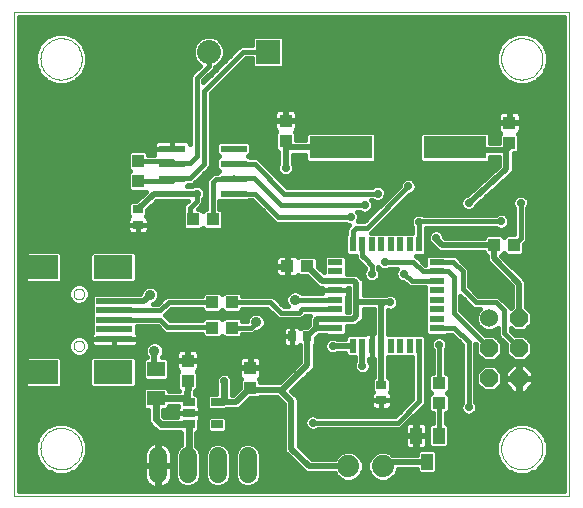
<source format=gtl>
G75*
%MOIN*%
%OFA0B0*%
%FSLAX24Y24*%
%IPPOS*%
%LPD*%
%AMOC8*
5,1,8,0,0,1.08239X$1,22.5*
%
%ADD10C,0.0000*%
%ADD11R,0.0220X0.0500*%
%ADD12R,0.0500X0.0220*%
%ADD13R,0.0984X0.0787*%
%ADD14R,0.1299X0.0787*%
%ADD15R,0.1220X0.0197*%
%ADD16R,0.0866X0.0236*%
%ADD17R,0.0354X0.0276*%
%ADD18R,0.0394X0.0433*%
%ADD19R,0.0433X0.0394*%
%ADD20R,0.2100X0.0760*%
%ADD21R,0.0591X0.0512*%
%ADD22R,0.0394X0.0276*%
%ADD23R,0.0276X0.0354*%
%ADD24R,0.0800X0.0800*%
%ADD25C,0.0800*%
%ADD26C,0.0740*%
%ADD27C,0.0600*%
%ADD28R,0.0394X0.0551*%
%ADD29C,0.0600*%
%ADD30OC8,0.0600*%
%ADD31C,0.0197*%
%ADD32C,0.0277*%
%ADD33C,0.0157*%
%ADD34C,0.0160*%
%ADD35C,0.0236*%
%ADD36C,0.0356*%
D10*
X002147Y001163D02*
X002147Y017305D01*
X020651Y017305D01*
X020651Y001163D01*
X002147Y001163D01*
X003033Y002738D02*
X003035Y002790D01*
X003041Y002842D01*
X003051Y002893D01*
X003064Y002943D01*
X003082Y002993D01*
X003103Y003040D01*
X003127Y003086D01*
X003156Y003130D01*
X003187Y003172D01*
X003221Y003211D01*
X003258Y003248D01*
X003298Y003281D01*
X003341Y003312D01*
X003385Y003339D01*
X003431Y003363D01*
X003480Y003383D01*
X003529Y003399D01*
X003580Y003412D01*
X003631Y003421D01*
X003683Y003426D01*
X003735Y003427D01*
X003787Y003424D01*
X003839Y003417D01*
X003890Y003406D01*
X003940Y003392D01*
X003989Y003373D01*
X004036Y003351D01*
X004081Y003326D01*
X004125Y003297D01*
X004166Y003265D01*
X004205Y003230D01*
X004240Y003192D01*
X004273Y003151D01*
X004303Y003109D01*
X004329Y003064D01*
X004352Y003017D01*
X004371Y002968D01*
X004387Y002918D01*
X004399Y002868D01*
X004407Y002816D01*
X004411Y002764D01*
X004411Y002712D01*
X004407Y002660D01*
X004399Y002608D01*
X004387Y002558D01*
X004371Y002508D01*
X004352Y002459D01*
X004329Y002412D01*
X004303Y002367D01*
X004273Y002325D01*
X004240Y002284D01*
X004205Y002246D01*
X004166Y002211D01*
X004125Y002179D01*
X004081Y002150D01*
X004036Y002125D01*
X003989Y002103D01*
X003940Y002084D01*
X003890Y002070D01*
X003839Y002059D01*
X003787Y002052D01*
X003735Y002049D01*
X003683Y002050D01*
X003631Y002055D01*
X003580Y002064D01*
X003529Y002077D01*
X003480Y002093D01*
X003431Y002113D01*
X003385Y002137D01*
X003341Y002164D01*
X003298Y002195D01*
X003258Y002228D01*
X003221Y002265D01*
X003187Y002304D01*
X003156Y002346D01*
X003127Y002390D01*
X003103Y002436D01*
X003082Y002483D01*
X003064Y002533D01*
X003051Y002583D01*
X003041Y002634D01*
X003035Y002686D01*
X003033Y002738D01*
X004136Y006163D02*
X004138Y006189D01*
X004144Y006215D01*
X004154Y006240D01*
X004167Y006263D01*
X004183Y006283D01*
X004203Y006301D01*
X004225Y006316D01*
X004248Y006328D01*
X004274Y006336D01*
X004300Y006340D01*
X004326Y006340D01*
X004352Y006336D01*
X004378Y006328D01*
X004402Y006316D01*
X004423Y006301D01*
X004443Y006283D01*
X004459Y006263D01*
X004472Y006240D01*
X004482Y006215D01*
X004488Y006189D01*
X004490Y006163D01*
X004488Y006137D01*
X004482Y006111D01*
X004472Y006086D01*
X004459Y006063D01*
X004443Y006043D01*
X004423Y006025D01*
X004401Y006010D01*
X004378Y005998D01*
X004352Y005990D01*
X004326Y005986D01*
X004300Y005986D01*
X004274Y005990D01*
X004248Y005998D01*
X004224Y006010D01*
X004203Y006025D01*
X004183Y006043D01*
X004167Y006063D01*
X004154Y006086D01*
X004144Y006111D01*
X004138Y006137D01*
X004136Y006163D01*
X004136Y007895D02*
X004138Y007921D01*
X004144Y007947D01*
X004154Y007972D01*
X004167Y007995D01*
X004183Y008015D01*
X004203Y008033D01*
X004225Y008048D01*
X004248Y008060D01*
X004274Y008068D01*
X004300Y008072D01*
X004326Y008072D01*
X004352Y008068D01*
X004378Y008060D01*
X004402Y008048D01*
X004423Y008033D01*
X004443Y008015D01*
X004459Y007995D01*
X004472Y007972D01*
X004482Y007947D01*
X004488Y007921D01*
X004490Y007895D01*
X004488Y007869D01*
X004482Y007843D01*
X004472Y007818D01*
X004459Y007795D01*
X004443Y007775D01*
X004423Y007757D01*
X004401Y007742D01*
X004378Y007730D01*
X004352Y007722D01*
X004326Y007718D01*
X004300Y007718D01*
X004274Y007722D01*
X004248Y007730D01*
X004224Y007742D01*
X004203Y007757D01*
X004183Y007775D01*
X004167Y007795D01*
X004154Y007818D01*
X004144Y007843D01*
X004138Y007869D01*
X004136Y007895D01*
X003033Y015730D02*
X003035Y015782D01*
X003041Y015834D01*
X003051Y015885D01*
X003064Y015935D01*
X003082Y015985D01*
X003103Y016032D01*
X003127Y016078D01*
X003156Y016122D01*
X003187Y016164D01*
X003221Y016203D01*
X003258Y016240D01*
X003298Y016273D01*
X003341Y016304D01*
X003385Y016331D01*
X003431Y016355D01*
X003480Y016375D01*
X003529Y016391D01*
X003580Y016404D01*
X003631Y016413D01*
X003683Y016418D01*
X003735Y016419D01*
X003787Y016416D01*
X003839Y016409D01*
X003890Y016398D01*
X003940Y016384D01*
X003989Y016365D01*
X004036Y016343D01*
X004081Y016318D01*
X004125Y016289D01*
X004166Y016257D01*
X004205Y016222D01*
X004240Y016184D01*
X004273Y016143D01*
X004303Y016101D01*
X004329Y016056D01*
X004352Y016009D01*
X004371Y015960D01*
X004387Y015910D01*
X004399Y015860D01*
X004407Y015808D01*
X004411Y015756D01*
X004411Y015704D01*
X004407Y015652D01*
X004399Y015600D01*
X004387Y015550D01*
X004371Y015500D01*
X004352Y015451D01*
X004329Y015404D01*
X004303Y015359D01*
X004273Y015317D01*
X004240Y015276D01*
X004205Y015238D01*
X004166Y015203D01*
X004125Y015171D01*
X004081Y015142D01*
X004036Y015117D01*
X003989Y015095D01*
X003940Y015076D01*
X003890Y015062D01*
X003839Y015051D01*
X003787Y015044D01*
X003735Y015041D01*
X003683Y015042D01*
X003631Y015047D01*
X003580Y015056D01*
X003529Y015069D01*
X003480Y015085D01*
X003431Y015105D01*
X003385Y015129D01*
X003341Y015156D01*
X003298Y015187D01*
X003258Y015220D01*
X003221Y015257D01*
X003187Y015296D01*
X003156Y015338D01*
X003127Y015382D01*
X003103Y015428D01*
X003082Y015475D01*
X003064Y015525D01*
X003051Y015575D01*
X003041Y015626D01*
X003035Y015678D01*
X003033Y015730D01*
X018387Y015730D02*
X018389Y015782D01*
X018395Y015834D01*
X018405Y015885D01*
X018418Y015935D01*
X018436Y015985D01*
X018457Y016032D01*
X018481Y016078D01*
X018510Y016122D01*
X018541Y016164D01*
X018575Y016203D01*
X018612Y016240D01*
X018652Y016273D01*
X018695Y016304D01*
X018739Y016331D01*
X018785Y016355D01*
X018834Y016375D01*
X018883Y016391D01*
X018934Y016404D01*
X018985Y016413D01*
X019037Y016418D01*
X019089Y016419D01*
X019141Y016416D01*
X019193Y016409D01*
X019244Y016398D01*
X019294Y016384D01*
X019343Y016365D01*
X019390Y016343D01*
X019435Y016318D01*
X019479Y016289D01*
X019520Y016257D01*
X019559Y016222D01*
X019594Y016184D01*
X019627Y016143D01*
X019657Y016101D01*
X019683Y016056D01*
X019706Y016009D01*
X019725Y015960D01*
X019741Y015910D01*
X019753Y015860D01*
X019761Y015808D01*
X019765Y015756D01*
X019765Y015704D01*
X019761Y015652D01*
X019753Y015600D01*
X019741Y015550D01*
X019725Y015500D01*
X019706Y015451D01*
X019683Y015404D01*
X019657Y015359D01*
X019627Y015317D01*
X019594Y015276D01*
X019559Y015238D01*
X019520Y015203D01*
X019479Y015171D01*
X019435Y015142D01*
X019390Y015117D01*
X019343Y015095D01*
X019294Y015076D01*
X019244Y015062D01*
X019193Y015051D01*
X019141Y015044D01*
X019089Y015041D01*
X019037Y015042D01*
X018985Y015047D01*
X018934Y015056D01*
X018883Y015069D01*
X018834Y015085D01*
X018785Y015105D01*
X018739Y015129D01*
X018695Y015156D01*
X018652Y015187D01*
X018612Y015220D01*
X018575Y015257D01*
X018541Y015296D01*
X018510Y015338D01*
X018481Y015382D01*
X018457Y015428D01*
X018436Y015475D01*
X018418Y015525D01*
X018405Y015575D01*
X018395Y015626D01*
X018389Y015678D01*
X018387Y015730D01*
X018387Y002738D02*
X018389Y002790D01*
X018395Y002842D01*
X018405Y002893D01*
X018418Y002943D01*
X018436Y002993D01*
X018457Y003040D01*
X018481Y003086D01*
X018510Y003130D01*
X018541Y003172D01*
X018575Y003211D01*
X018612Y003248D01*
X018652Y003281D01*
X018695Y003312D01*
X018739Y003339D01*
X018785Y003363D01*
X018834Y003383D01*
X018883Y003399D01*
X018934Y003412D01*
X018985Y003421D01*
X019037Y003426D01*
X019089Y003427D01*
X019141Y003424D01*
X019193Y003417D01*
X019244Y003406D01*
X019294Y003392D01*
X019343Y003373D01*
X019390Y003351D01*
X019435Y003326D01*
X019479Y003297D01*
X019520Y003265D01*
X019559Y003230D01*
X019594Y003192D01*
X019627Y003151D01*
X019657Y003109D01*
X019683Y003064D01*
X019706Y003017D01*
X019725Y002968D01*
X019741Y002918D01*
X019753Y002868D01*
X019761Y002816D01*
X019765Y002764D01*
X019765Y002712D01*
X019761Y002660D01*
X019753Y002608D01*
X019741Y002558D01*
X019725Y002508D01*
X019706Y002459D01*
X019683Y002412D01*
X019657Y002367D01*
X019627Y002325D01*
X019594Y002284D01*
X019559Y002246D01*
X019520Y002211D01*
X019479Y002179D01*
X019435Y002150D01*
X019390Y002125D01*
X019343Y002103D01*
X019294Y002084D01*
X019244Y002070D01*
X019193Y002059D01*
X019141Y002052D01*
X019089Y002049D01*
X019037Y002050D01*
X018985Y002055D01*
X018934Y002064D01*
X018883Y002077D01*
X018834Y002093D01*
X018785Y002113D01*
X018739Y002137D01*
X018695Y002164D01*
X018652Y002195D01*
X018612Y002228D01*
X018575Y002265D01*
X018541Y002304D01*
X018510Y002346D01*
X018481Y002390D01*
X018457Y002436D01*
X018436Y002483D01*
X018418Y002533D01*
X018405Y002583D01*
X018395Y002634D01*
X018389Y002686D01*
X018387Y002738D01*
D11*
X015651Y006166D03*
X015336Y006166D03*
X015021Y006166D03*
X014706Y006166D03*
X014391Y006166D03*
X014076Y006166D03*
X013761Y006166D03*
X013446Y006166D03*
X013446Y009546D03*
X013761Y009546D03*
X014076Y009546D03*
X014391Y009546D03*
X014706Y009546D03*
X015021Y009546D03*
X015336Y009546D03*
X015651Y009546D03*
D12*
X016239Y008958D03*
X016239Y008643D03*
X016239Y008328D03*
X016239Y008013D03*
X016239Y007698D03*
X016239Y007383D03*
X016239Y007069D03*
X016239Y006754D03*
X012859Y006754D03*
X012859Y007069D03*
X012859Y007383D03*
X012859Y007698D03*
X012859Y008013D03*
X012859Y008328D03*
X012859Y008643D03*
X012859Y008958D03*
D13*
X003131Y008781D03*
X003131Y005277D03*
D14*
X005454Y005277D03*
X005454Y008781D03*
D15*
X005494Y007659D03*
X005494Y007344D03*
X005494Y007029D03*
X005494Y006714D03*
X005494Y006399D03*
D16*
X007423Y011240D03*
X007423Y011740D03*
X007423Y012240D03*
X007423Y012740D03*
X009470Y012740D03*
X009470Y012240D03*
X009470Y011740D03*
X009470Y011240D03*
D17*
X006281Y010710D03*
X006281Y010198D03*
X014391Y004864D03*
X014391Y004352D03*
D18*
X010021Y004765D03*
X010021Y005435D03*
X009431Y006773D03*
X008761Y006773D03*
X008761Y007620D03*
X009431Y007620D03*
X007935Y005671D03*
X007935Y005002D03*
X008112Y010376D03*
X008781Y010376D03*
X006281Y011655D03*
X006281Y012324D03*
X011202Y012994D03*
X011202Y013663D03*
X018151Y009529D03*
X018820Y009529D03*
X018663Y012935D03*
X018663Y013604D03*
D19*
X011931Y008820D03*
X011261Y008820D03*
X016320Y004923D03*
X016320Y004254D03*
D20*
X016843Y012777D03*
X013043Y012777D03*
D21*
X006872Y005395D03*
X006872Y004411D03*
D22*
X007974Y004293D03*
X007974Y003919D03*
X007974Y003545D03*
X008919Y003545D03*
X008919Y004293D03*
D23*
X011419Y006478D03*
X011931Y006478D03*
D24*
X010612Y015966D03*
D25*
X008643Y015966D03*
D26*
X013298Y002147D03*
X014438Y002147D03*
D27*
X009946Y001887D02*
X009946Y002487D01*
X008946Y002487D02*
X008946Y001887D01*
X007946Y001887D02*
X007946Y002487D01*
X006946Y002487D02*
X006946Y001887D01*
D28*
X015553Y003171D03*
X016301Y003171D03*
X015927Y002305D03*
D29*
X017986Y007084D03*
D30*
X017986Y006084D03*
X017986Y005084D03*
X018986Y005084D03*
X018986Y006084D03*
X018986Y007084D03*
D31*
X018986Y008242D01*
X018151Y009076D01*
X018151Y009529D01*
X016419Y009529D01*
X016222Y009726D01*
X016222Y009765D01*
X017305Y010927D02*
X018565Y012069D01*
X018565Y012698D01*
X018742Y012876D01*
X018663Y012935D01*
X018565Y012698D02*
X016921Y012698D01*
X016843Y012777D01*
X013043Y012777D02*
X011261Y012777D01*
X011202Y012994D01*
X011202Y012088D01*
X009574Y012240D02*
X009470Y012240D01*
X009484Y012226D01*
X009484Y011754D02*
X009470Y011740D01*
X008250Y011242D02*
X008248Y011240D01*
X007423Y011240D01*
X006811Y011240D01*
X006281Y010710D01*
X006675Y007856D02*
X006478Y007659D01*
X005494Y007659D01*
X006832Y006006D02*
X006832Y005435D01*
X006872Y005395D01*
X008919Y004293D02*
X009116Y004293D01*
X009549Y004293D01*
X010021Y004765D01*
X010080Y004706D01*
X011006Y004706D01*
X011055Y004657D01*
X011931Y005533D01*
X011931Y006478D01*
X012206Y006754D01*
X012859Y006754D01*
X012859Y007069D02*
X012265Y007069D01*
X012226Y007029D01*
X012226Y006773D01*
X012859Y007069D02*
X013466Y007069D01*
X013565Y007167D01*
X013565Y007620D01*
X014470Y007620D01*
X014391Y007541D01*
X014391Y006166D01*
X014391Y004864D01*
X013761Y005494D02*
X013761Y006166D01*
X013446Y006166D02*
X012859Y006166D01*
X012777Y006163D01*
X013565Y007620D02*
X013565Y008250D01*
X013486Y008328D01*
X012859Y008328D01*
X012423Y008328D01*
X011931Y008820D01*
X011891Y008820D01*
X014470Y007620D02*
X014687Y007620D01*
X011399Y004313D02*
X011055Y004657D01*
X011399Y004313D02*
X011399Y002738D01*
X011990Y002147D01*
X013298Y002147D01*
X014438Y002147D02*
X014595Y002305D01*
X015927Y002305D01*
D32*
X017305Y004116D03*
X016320Y006202D03*
X015336Y007226D03*
X014687Y007620D03*
X015139Y008565D03*
X014509Y008958D03*
X014076Y008565D03*
X015651Y010297D03*
X016222Y009765D03*
X017305Y010927D03*
X018387Y010317D03*
X019037Y010927D03*
X017698Y008565D03*
X015297Y011478D03*
X014273Y011242D03*
X013840Y010848D03*
X013368Y010454D03*
X011202Y012088D03*
X008250Y011242D03*
X007502Y013604D03*
X006872Y008643D03*
X010021Y008643D03*
X010336Y006242D03*
X009155Y004982D03*
X008565Y004824D03*
X008525Y003919D03*
X012108Y003604D03*
X012659Y005100D03*
X013761Y005494D03*
X012777Y006163D03*
X014982Y012777D03*
D33*
X015654Y012706D02*
X014231Y012706D01*
X014231Y012862D02*
X015654Y012862D01*
X015654Y013018D02*
X014231Y013018D01*
X014231Y013173D02*
X015654Y013173D01*
X015654Y013215D02*
X015654Y012340D01*
X015735Y012258D01*
X017950Y012258D01*
X018031Y012340D01*
X018031Y012461D01*
X018327Y012461D01*
X018327Y012174D01*
X017258Y011204D01*
X017250Y011204D01*
X017148Y011162D01*
X017069Y011084D01*
X017027Y010982D01*
X017027Y010872D01*
X017069Y010770D01*
X017148Y010692D01*
X017250Y010649D01*
X017360Y010649D01*
X017462Y010692D01*
X017540Y010770D01*
X017573Y010850D01*
X018656Y011831D01*
X018663Y011831D01*
X018728Y011897D01*
X018797Y011959D01*
X018797Y011965D01*
X018802Y011970D01*
X018802Y012063D01*
X018806Y012155D01*
X018802Y012160D01*
X018802Y012579D01*
X018917Y012579D01*
X018999Y012661D01*
X018999Y013209D01*
X018965Y013242D01*
X018970Y013244D01*
X019003Y013278D01*
X019026Y013318D01*
X019039Y013364D01*
X019039Y013584D01*
X018683Y013584D01*
X018683Y013624D01*
X018643Y013624D01*
X018643Y013999D01*
X018443Y013999D01*
X018397Y013987D01*
X018356Y013963D01*
X018323Y013930D01*
X018300Y013889D01*
X018287Y013844D01*
X018287Y013624D01*
X018643Y013624D01*
X018643Y013584D01*
X018287Y013584D01*
X018287Y013364D01*
X018300Y013318D01*
X018323Y013278D01*
X018356Y013244D01*
X018361Y013242D01*
X018327Y013209D01*
X018327Y012936D01*
X018031Y012936D01*
X018031Y013215D01*
X017950Y013296D01*
X015735Y013296D01*
X015654Y013215D01*
X015654Y012550D02*
X014231Y012550D01*
X014231Y012394D02*
X015654Y012394D01*
X015352Y011755D02*
X015242Y011755D01*
X015140Y011713D01*
X015062Y011635D01*
X015019Y011533D01*
X015019Y011508D01*
X013829Y010317D01*
X013611Y010317D01*
X013645Y010399D01*
X013645Y010510D01*
X013603Y010612D01*
X013584Y010631D01*
X013665Y010631D01*
X013683Y010613D01*
X013785Y010571D01*
X013895Y010571D01*
X013997Y010613D01*
X014075Y010691D01*
X014118Y010793D01*
X014118Y010903D01*
X014075Y011005D01*
X014056Y011024D01*
X014098Y011024D01*
X014116Y011006D01*
X014218Y010964D01*
X014328Y010964D01*
X014430Y011006D01*
X014508Y011085D01*
X014551Y011187D01*
X014551Y011297D01*
X014508Y011399D01*
X014430Y011477D01*
X014328Y011519D01*
X014218Y011519D01*
X014116Y011477D01*
X014098Y011459D01*
X011253Y011459D01*
X010396Y012316D01*
X010396Y012316D01*
X010269Y012443D01*
X010014Y012443D01*
X009967Y012490D01*
X010042Y012564D01*
X010042Y012915D01*
X009961Y012997D01*
X008980Y012997D01*
X008898Y012915D01*
X008898Y012564D01*
X008973Y012490D01*
X008898Y012415D01*
X008898Y012064D01*
X008973Y011990D01*
X008915Y011932D01*
X008789Y011932D01*
X008662Y011804D01*
X008564Y011706D01*
X008564Y010731D01*
X008527Y010731D01*
X008446Y010651D01*
X008366Y010731D01*
X008283Y010731D01*
X008465Y010913D01*
X008465Y011065D01*
X008485Y011085D01*
X008527Y011187D01*
X008527Y011297D01*
X008485Y011399D01*
X008407Y011477D01*
X008305Y011519D01*
X008194Y011519D01*
X008092Y011477D01*
X007933Y011477D01*
X007920Y011490D01*
X007967Y011536D01*
X008103Y011536D01*
X008703Y012136D01*
X008703Y014577D01*
X009875Y015749D01*
X010073Y015749D01*
X010073Y015509D01*
X010154Y015427D01*
X011069Y015427D01*
X011151Y015509D01*
X011151Y016424D01*
X011069Y016505D01*
X010154Y016505D01*
X010073Y016424D01*
X010073Y016184D01*
X009695Y016184D01*
X008467Y014956D01*
X008467Y015010D01*
X008861Y015404D01*
X008861Y015473D01*
X008948Y015509D01*
X009100Y015661D01*
X009182Y015859D01*
X009182Y016073D01*
X009100Y016271D01*
X008948Y016423D01*
X008750Y016505D01*
X008536Y016505D01*
X008338Y016423D01*
X008187Y016271D01*
X008105Y016073D01*
X008105Y015859D01*
X008187Y015661D01*
X008338Y015509D01*
X008348Y015506D01*
X008160Y015317D01*
X008032Y015190D01*
X008032Y012891D01*
X008022Y012927D01*
X007999Y012968D01*
X007966Y013001D01*
X007925Y013024D01*
X007879Y013037D01*
X007423Y013037D01*
X007423Y012740D01*
X007423Y012740D01*
X007423Y013037D01*
X006966Y013037D01*
X006921Y013024D01*
X006880Y013001D01*
X006847Y012968D01*
X006823Y012927D01*
X006811Y012881D01*
X006811Y012740D01*
X007423Y012740D01*
X007423Y012740D01*
X006811Y012740D01*
X006811Y012598D01*
X006823Y012553D01*
X006829Y012542D01*
X006617Y012542D01*
X006617Y012598D01*
X006535Y012680D01*
X006027Y012680D01*
X005946Y012598D01*
X005946Y012050D01*
X006006Y011990D01*
X005946Y011929D01*
X005946Y011381D01*
X006027Y011300D01*
X006535Y011300D01*
X006222Y010987D01*
X006046Y010987D01*
X005965Y010905D01*
X005965Y010515D01*
X005998Y010482D01*
X005994Y010479D01*
X005961Y010446D01*
X005937Y010405D01*
X005925Y010360D01*
X005925Y010198D01*
X005925Y010037D01*
X005937Y009992D01*
X005961Y009951D01*
X005994Y009918D01*
X006035Y009894D01*
X006080Y009882D01*
X006281Y009882D01*
X006281Y010198D01*
X006281Y010198D01*
X006281Y009882D01*
X006482Y009882D01*
X006527Y009894D01*
X006568Y009918D01*
X006601Y009951D01*
X006625Y009992D01*
X006637Y010037D01*
X006637Y010198D01*
X006281Y010198D01*
X005925Y010198D01*
X006281Y010198D01*
X006281Y010198D01*
X006281Y010198D01*
X006637Y010198D01*
X006637Y010360D01*
X006625Y010405D01*
X006601Y010446D01*
X006568Y010479D01*
X006564Y010482D01*
X006597Y010515D01*
X006597Y010691D01*
X006909Y011003D01*
X006913Y011003D01*
X006932Y010983D01*
X007913Y010983D01*
X007933Y011003D01*
X007939Y011003D01*
X007923Y010987D01*
X007796Y010859D01*
X007796Y010669D01*
X007776Y010650D01*
X007776Y010102D01*
X007857Y010020D01*
X008366Y010020D01*
X008446Y010101D01*
X008527Y010020D01*
X009035Y010020D01*
X009117Y010102D01*
X009117Y010650D01*
X009035Y010731D01*
X008999Y010731D01*
X008999Y010983D01*
X009961Y010983D01*
X010000Y011022D01*
X010091Y011022D01*
X010876Y010237D01*
X013193Y010237D01*
X013211Y010219D01*
X013313Y010177D01*
X013334Y010177D01*
X013229Y010072D01*
X013229Y009885D01*
X013198Y009853D01*
X013198Y009238D01*
X013279Y009157D01*
X013544Y009157D01*
X013544Y009065D01*
X013621Y008988D01*
X013621Y008986D01*
X013858Y008750D01*
X013858Y008738D01*
X013841Y008722D01*
X013799Y008620D01*
X013799Y008509D01*
X013841Y008407D01*
X013919Y008329D01*
X014021Y008287D01*
X014132Y008287D01*
X014234Y008329D01*
X014312Y008407D01*
X014354Y008509D01*
X014354Y008620D01*
X014312Y008722D01*
X014295Y008738D01*
X014295Y008780D01*
X014352Y008723D01*
X014454Y008681D01*
X014565Y008681D01*
X014667Y008723D01*
X014684Y008741D01*
X014923Y008741D01*
X014904Y008722D01*
X014862Y008620D01*
X014862Y008509D01*
X014904Y008407D01*
X014982Y008329D01*
X015084Y008287D01*
X015129Y008287D01*
X015255Y008179D01*
X015324Y008110D01*
X015336Y008110D01*
X015342Y008105D01*
X015407Y008110D01*
X015850Y008110D01*
X015850Y006586D01*
X015931Y006505D01*
X016546Y006505D01*
X016578Y006536D01*
X016742Y006536D01*
X017087Y006191D01*
X017087Y004291D01*
X017069Y004273D01*
X017027Y004171D01*
X017027Y004061D01*
X017069Y003959D01*
X017148Y003881D01*
X017250Y003838D01*
X017360Y003838D01*
X017462Y003881D01*
X017540Y003959D01*
X017582Y004061D01*
X017582Y004171D01*
X017540Y004273D01*
X017522Y004291D01*
X017522Y006240D01*
X017547Y006215D01*
X017547Y005903D01*
X017804Y005646D01*
X018168Y005646D01*
X018425Y005903D01*
X018425Y006266D01*
X018168Y006523D01*
X017855Y006523D01*
X017030Y007348D01*
X017030Y007823D01*
X017323Y007530D01*
X017451Y007402D01*
X017683Y007402D01*
X017614Y007333D01*
X017547Y007172D01*
X017547Y006997D01*
X017614Y006836D01*
X017737Y006712D01*
X017899Y006646D01*
X018073Y006646D01*
X018234Y006712D01*
X018268Y006746D01*
X018268Y006486D01*
X018396Y006359D01*
X018404Y006359D01*
X018547Y006215D01*
X018547Y005903D01*
X018804Y005646D01*
X019168Y005646D01*
X019425Y005903D01*
X019425Y006266D01*
X019168Y006523D01*
X018855Y006523D01*
X018703Y006674D01*
X018703Y006746D01*
X018804Y006646D01*
X019168Y006646D01*
X019425Y006903D01*
X019425Y007266D01*
X019223Y007468D01*
X019223Y008340D01*
X019084Y008479D01*
X018389Y009174D01*
X018405Y009174D01*
X018486Y009254D01*
X018566Y009174D01*
X019075Y009174D01*
X019156Y009255D01*
X019156Y009557D01*
X019254Y009656D01*
X019254Y010752D01*
X019272Y010770D01*
X019314Y010872D01*
X019314Y010982D01*
X019272Y011084D01*
X019194Y011162D01*
X019092Y011204D01*
X018982Y011204D01*
X018880Y011162D01*
X018802Y011084D01*
X018760Y010982D01*
X018760Y010872D01*
X018802Y010770D01*
X018820Y010752D01*
X018820Y009884D01*
X018566Y009884D01*
X018486Y009804D01*
X018405Y009884D01*
X017897Y009884D01*
X017816Y009803D01*
X017816Y009766D01*
X016517Y009766D01*
X016500Y009784D01*
X016500Y009821D01*
X016457Y009923D01*
X016379Y010001D01*
X016277Y010043D01*
X016167Y010043D01*
X016065Y010001D01*
X015987Y009923D01*
X015945Y009821D01*
X015945Y009710D01*
X015987Y009608D01*
X016065Y009530D01*
X016095Y009518D01*
X016182Y009431D01*
X016321Y009292D01*
X017816Y009292D01*
X017816Y009255D01*
X017897Y009174D01*
X017914Y009174D01*
X017914Y008978D01*
X018749Y008143D01*
X018749Y007468D01*
X018703Y007422D01*
X018703Y007434D01*
X018576Y007562D01*
X018300Y007837D01*
X017631Y007837D01*
X017325Y008143D01*
X017325Y008733D01*
X017198Y008861D01*
X016883Y009176D01*
X016578Y009176D01*
X016546Y009207D01*
X015931Y009207D01*
X015850Y009126D01*
X015850Y008870D01*
X015672Y009048D01*
X015563Y009157D01*
X015819Y009157D01*
X015900Y009238D01*
X015900Y009853D01*
X015869Y009885D01*
X015869Y010099D01*
X018212Y010099D01*
X018230Y010081D01*
X018332Y010039D01*
X018443Y010039D01*
X018545Y010081D01*
X018623Y010159D01*
X018665Y010261D01*
X018665Y010372D01*
X018623Y010474D01*
X018545Y010552D01*
X018443Y010594D01*
X018332Y010594D01*
X018230Y010552D01*
X018212Y010534D01*
X015804Y010534D01*
X015706Y010574D01*
X015596Y010574D01*
X015494Y010532D01*
X015416Y010454D01*
X015374Y010352D01*
X015374Y010242D01*
X015416Y010140D01*
X015434Y010122D01*
X015434Y009935D01*
X014061Y009935D01*
X014136Y010010D01*
X015327Y011200D01*
X015352Y011200D01*
X015454Y011243D01*
X015532Y011321D01*
X015574Y011423D01*
X015574Y011533D01*
X015532Y011635D01*
X015454Y011713D01*
X015352Y011755D01*
X015541Y011614D02*
X017710Y011614D01*
X017882Y011770D02*
X010943Y011770D01*
X011045Y011853D02*
X010967Y011931D01*
X010925Y012033D01*
X010925Y012143D01*
X010965Y012241D01*
X010965Y012638D01*
X010948Y012638D01*
X010867Y012720D01*
X010867Y013268D01*
X010900Y013301D01*
X010896Y013303D01*
X010862Y013337D01*
X010839Y013377D01*
X010827Y013423D01*
X010827Y013643D01*
X011183Y013643D01*
X011183Y013683D01*
X011183Y014058D01*
X010982Y014058D01*
X010937Y014046D01*
X010896Y014023D01*
X010862Y013989D01*
X010839Y013949D01*
X010827Y013903D01*
X010827Y013683D01*
X011183Y013683D01*
X011222Y013683D01*
X011222Y014058D01*
X011423Y014058D01*
X011468Y014046D01*
X011509Y014023D01*
X011542Y013989D01*
X011566Y013949D01*
X011578Y013903D01*
X011578Y013683D01*
X011222Y013683D01*
X011222Y013643D01*
X011578Y013643D01*
X011578Y013423D01*
X011566Y013377D01*
X011542Y013337D01*
X011509Y013303D01*
X011505Y013301D01*
X011538Y013268D01*
X011538Y013014D01*
X011854Y013014D01*
X011854Y013215D01*
X011935Y013296D01*
X014150Y013296D01*
X014231Y013215D01*
X014231Y012340D01*
X014150Y012258D01*
X011935Y012258D01*
X011854Y012340D01*
X011854Y012540D01*
X011440Y012540D01*
X011440Y012241D01*
X011480Y012143D01*
X011480Y012033D01*
X011438Y011931D01*
X011360Y011853D01*
X011258Y011811D01*
X011147Y011811D01*
X011045Y011853D01*
X010972Y011926D02*
X010787Y011926D01*
X010925Y012082D02*
X010631Y012082D01*
X010475Y012238D02*
X010964Y012238D01*
X010965Y012394D02*
X010319Y012394D01*
X010179Y012226D02*
X011163Y011242D01*
X014273Y011242D01*
X014156Y010990D02*
X014082Y010990D01*
X014118Y010834D02*
X014345Y010834D01*
X014390Y010990D02*
X014501Y010990D01*
X014534Y011146D02*
X014657Y011146D01*
X014549Y011302D02*
X014813Y011302D01*
X014969Y011458D02*
X014450Y011458D01*
X015053Y011614D02*
X011099Y011614D01*
X011432Y011926D02*
X018054Y011926D01*
X018226Y012082D02*
X011480Y012082D01*
X011441Y012238D02*
X018327Y012238D01*
X018327Y012394D02*
X018031Y012394D01*
X018031Y013018D02*
X018327Y013018D01*
X018327Y013173D02*
X018031Y013173D01*
X018297Y013329D02*
X011535Y013329D01*
X011538Y013173D02*
X011854Y013173D01*
X011854Y013018D02*
X011538Y013018D01*
X011578Y013485D02*
X018287Y013485D01*
X018287Y013641D02*
X011578Y013641D01*
X011578Y013797D02*
X018287Y013797D01*
X018346Y013953D02*
X011563Y013953D01*
X011222Y013953D02*
X011183Y013953D01*
X011183Y013797D02*
X011222Y013797D01*
X010827Y013797D02*
X008703Y013797D01*
X008703Y013641D02*
X010827Y013641D01*
X010827Y013485D02*
X008703Y013485D01*
X008703Y013329D02*
X010870Y013329D01*
X010867Y013173D02*
X008703Y013173D01*
X008703Y013018D02*
X010867Y013018D01*
X010867Y012862D02*
X010042Y012862D01*
X010042Y012706D02*
X010881Y012706D01*
X010965Y012550D02*
X010027Y012550D01*
X010179Y012226D02*
X009484Y012226D01*
X008898Y012238D02*
X008703Y012238D01*
X008703Y012394D02*
X008898Y012394D01*
X008913Y012550D02*
X008703Y012550D01*
X008703Y012706D02*
X008898Y012706D01*
X008898Y012862D02*
X008703Y012862D01*
X008250Y012502D02*
X008013Y012265D01*
X007448Y012265D01*
X007423Y012240D01*
X007423Y012324D01*
X006281Y012324D01*
X005946Y012394D02*
X002326Y012394D01*
X002326Y012550D02*
X005946Y012550D01*
X005946Y012238D02*
X002326Y012238D01*
X002326Y012082D02*
X005946Y012082D01*
X005946Y011926D02*
X002326Y011926D01*
X002326Y011770D02*
X005946Y011770D01*
X005946Y011614D02*
X002326Y011614D01*
X002326Y011458D02*
X005946Y011458D01*
X006025Y011302D02*
X002326Y011302D01*
X002326Y011146D02*
X006381Y011146D01*
X006225Y010990D02*
X002326Y010990D01*
X002326Y010834D02*
X005965Y010834D01*
X005965Y010678D02*
X002326Y010678D01*
X002326Y010522D02*
X005965Y010522D01*
X005927Y010366D02*
X002326Y010366D01*
X002326Y010210D02*
X005925Y010210D01*
X005925Y010054D02*
X002326Y010054D01*
X002326Y009898D02*
X006028Y009898D01*
X006281Y009898D02*
X006281Y009898D01*
X006281Y010054D02*
X006281Y010054D01*
X006534Y009898D02*
X013229Y009898D01*
X013229Y010054D02*
X009069Y010054D01*
X009117Y010210D02*
X013233Y010210D01*
X013446Y009982D02*
X013446Y009546D01*
X013198Y009586D02*
X002326Y009586D01*
X002326Y009742D02*
X013198Y009742D01*
X013198Y009430D02*
X002326Y009430D01*
X002326Y009274D02*
X002542Y009274D01*
X002582Y009314D02*
X002501Y009232D01*
X002501Y008330D01*
X002582Y008249D01*
X003681Y008249D01*
X003762Y008330D01*
X003762Y009232D01*
X003681Y009314D01*
X002582Y009314D01*
X002501Y009118D02*
X002326Y009118D01*
X002326Y008962D02*
X002501Y008962D01*
X002501Y008806D02*
X002326Y008806D01*
X002326Y008650D02*
X002501Y008650D01*
X002501Y008494D02*
X002326Y008494D01*
X002326Y008338D02*
X002501Y008338D01*
X002326Y008182D02*
X004096Y008182D01*
X004111Y008197D02*
X004011Y008097D01*
X003957Y007966D01*
X003957Y007824D01*
X004011Y007694D01*
X004111Y007594D01*
X004242Y007539D01*
X004383Y007539D01*
X004514Y007594D01*
X004614Y007694D01*
X004669Y007824D01*
X004669Y007966D01*
X004614Y008097D01*
X004514Y008197D01*
X004383Y008251D01*
X004242Y008251D01*
X004111Y008197D01*
X003982Y008026D02*
X002326Y008026D01*
X002326Y007870D02*
X003957Y007870D01*
X004002Y007714D02*
X002326Y007714D01*
X002326Y007558D02*
X004196Y007558D01*
X004429Y007558D02*
X004745Y007558D01*
X004745Y007503D02*
X004746Y007502D01*
X004745Y007500D01*
X004745Y007188D01*
X004746Y007187D01*
X004745Y007185D01*
X004745Y006873D01*
X004746Y006872D01*
X004745Y006870D01*
X004745Y006612D01*
X004740Y006607D01*
X004717Y006567D01*
X004705Y006521D01*
X004705Y006399D01*
X004705Y006277D01*
X004717Y006232D01*
X004740Y006191D01*
X004774Y006158D01*
X004814Y006134D01*
X004860Y006122D01*
X005494Y006122D01*
X006127Y006122D01*
X006173Y006134D01*
X006214Y006158D01*
X006247Y006191D01*
X006270Y006232D01*
X006283Y006277D01*
X006283Y006399D01*
X005494Y006399D01*
X005494Y006399D01*
X005494Y006122D01*
X005494Y006399D01*
X005494Y006399D01*
X006283Y006399D01*
X006283Y006521D01*
X006270Y006567D01*
X006247Y006607D01*
X006243Y006612D01*
X006243Y006812D01*
X006939Y006812D01*
X007048Y006703D01*
X007175Y006575D01*
X008426Y006575D01*
X008426Y006499D01*
X008507Y006418D01*
X009016Y006418D01*
X009096Y006498D01*
X009176Y006418D01*
X009685Y006418D01*
X009766Y006499D01*
X009766Y006556D01*
X010131Y006556D01*
X010209Y006634D01*
X010281Y006634D01*
X010398Y006682D01*
X010487Y006771D01*
X010535Y006887D01*
X010535Y007013D01*
X010487Y007130D01*
X010398Y007219D01*
X010281Y007267D01*
X010155Y007267D01*
X010039Y007219D01*
X009949Y007130D01*
X009901Y007013D01*
X009901Y006991D01*
X009766Y006991D01*
X009766Y007047D01*
X009685Y007129D01*
X009176Y007129D01*
X009096Y007048D01*
X009016Y007129D01*
X008507Y007129D01*
X008426Y007047D01*
X008426Y007010D01*
X007355Y007010D01*
X007179Y007187D01*
X007395Y007402D01*
X008426Y007402D01*
X008426Y007346D01*
X008507Y007264D01*
X009016Y007264D01*
X009096Y007345D01*
X009176Y007264D01*
X009685Y007264D01*
X009766Y007346D01*
X009766Y007402D01*
X010600Y007402D01*
X010955Y007048D01*
X011726Y007048D01*
X011844Y007166D01*
X012027Y007166D01*
X011989Y007127D01*
X011989Y006871D01*
X011911Y006794D01*
X011735Y006794D01*
X011702Y006761D01*
X011700Y006765D01*
X011666Y006798D01*
X011626Y006822D01*
X011580Y006834D01*
X011419Y006834D01*
X011419Y006478D01*
X011419Y006478D01*
X011419Y006122D01*
X011580Y006122D01*
X011626Y006134D01*
X011666Y006158D01*
X011694Y006185D01*
X011694Y005631D01*
X011006Y004943D01*
X010357Y004943D01*
X010357Y005039D01*
X010324Y005073D01*
X010328Y005075D01*
X010361Y005108D01*
X010385Y005149D01*
X010397Y005195D01*
X010397Y005415D01*
X010041Y005415D01*
X010041Y005454D01*
X010397Y005454D01*
X010397Y005675D01*
X010385Y005720D01*
X010361Y005761D01*
X010328Y005794D01*
X010287Y005818D01*
X010242Y005830D01*
X010041Y005830D01*
X010041Y005454D01*
X010002Y005454D01*
X010002Y005415D01*
X009646Y005415D01*
X009646Y005195D01*
X009658Y005149D01*
X009681Y005108D01*
X009715Y005075D01*
X009719Y005073D01*
X009686Y005039D01*
X009686Y004765D01*
X009451Y004530D01*
X009412Y004530D01*
X009412Y004877D01*
X009433Y004927D01*
X009433Y005037D01*
X009390Y005139D01*
X009312Y005217D01*
X009210Y005259D01*
X009100Y005259D01*
X008998Y005217D01*
X008920Y005139D01*
X008878Y005037D01*
X008878Y004927D01*
X008898Y004877D01*
X008898Y004569D01*
X008665Y004569D01*
X008583Y004488D01*
X008583Y004098D01*
X008665Y004016D01*
X009173Y004016D01*
X009211Y004054D01*
X009214Y004056D01*
X009647Y004056D01*
X009786Y004195D01*
X010001Y004410D01*
X010276Y004410D01*
X010335Y004469D01*
X010907Y004469D01*
X010956Y004420D01*
X010956Y004420D01*
X011162Y004214D01*
X011162Y002640D01*
X011301Y002501D01*
X011892Y001910D01*
X012845Y001910D01*
X012866Y001859D01*
X013010Y001716D01*
X013197Y001639D01*
X013399Y001639D01*
X013586Y001716D01*
X013729Y001859D01*
X013806Y002046D01*
X013806Y002248D01*
X013729Y002435D01*
X013586Y002579D01*
X013399Y002656D01*
X013197Y002656D01*
X013010Y002579D01*
X012866Y002435D01*
X012845Y002384D01*
X012088Y002384D01*
X011636Y002836D01*
X011636Y004411D01*
X011390Y004657D01*
X012168Y005435D01*
X012168Y006204D01*
X012207Y006243D01*
X012207Y006419D01*
X012305Y006516D01*
X012540Y006516D01*
X012551Y006505D01*
X013166Y006505D01*
X013248Y006586D01*
X013248Y006831D01*
X013564Y006831D01*
X013703Y006970D01*
X013802Y007069D01*
X013802Y007383D01*
X014154Y007383D01*
X014154Y006595D01*
X014076Y006595D01*
X013943Y006595D01*
X013897Y006582D01*
X013857Y006559D01*
X013852Y006555D01*
X013279Y006555D01*
X013198Y006473D01*
X013198Y006403D01*
X012952Y006403D01*
X012949Y006406D01*
X012917Y006405D01*
X012832Y006440D01*
X012722Y006440D01*
X012620Y006398D01*
X012542Y006320D01*
X012500Y006218D01*
X012500Y006108D01*
X012542Y006006D01*
X012620Y005928D01*
X012722Y005886D01*
X012832Y005886D01*
X012934Y005928D01*
X012935Y005929D01*
X013198Y005929D01*
X013198Y005858D01*
X013279Y005777D01*
X013524Y005777D01*
X013524Y005646D01*
X013484Y005549D01*
X013484Y005439D01*
X013526Y005337D01*
X013604Y005258D01*
X013706Y005216D01*
X013817Y005216D01*
X013919Y005258D01*
X013997Y005337D01*
X014039Y005439D01*
X014039Y005549D01*
X013999Y005646D01*
X013999Y005737D01*
X014076Y005737D01*
X014076Y006166D01*
X014076Y006595D01*
X014076Y006166D01*
X014076Y006166D01*
X014076Y006166D01*
X014076Y005737D01*
X014154Y005737D01*
X014154Y005138D01*
X014075Y005059D01*
X014075Y004669D01*
X014109Y004635D01*
X014104Y004633D01*
X014071Y004600D01*
X014048Y004559D01*
X014035Y004513D01*
X014035Y004352D01*
X014391Y004352D01*
X014391Y004352D01*
X014035Y004352D01*
X014035Y004191D01*
X014048Y004145D01*
X014071Y004104D01*
X014104Y004071D01*
X014145Y004048D01*
X014191Y004035D01*
X014391Y004035D01*
X014391Y004352D01*
X014391Y004352D01*
X014391Y004035D01*
X014592Y004035D01*
X014637Y004048D01*
X014678Y004071D01*
X014712Y004104D01*
X014735Y004145D01*
X014747Y004191D01*
X014747Y004352D01*
X014747Y004513D01*
X014735Y004559D01*
X014712Y004600D01*
X014678Y004633D01*
X014674Y004635D01*
X014707Y004669D01*
X014707Y005059D01*
X014629Y005138D01*
X014629Y005777D01*
X015434Y005777D01*
X015434Y004403D01*
X014852Y003821D01*
X012283Y003821D01*
X012265Y003839D01*
X012163Y003881D01*
X012053Y003881D01*
X011951Y003839D01*
X011873Y003761D01*
X011830Y003659D01*
X011830Y003549D01*
X011873Y003447D01*
X011951Y003369D01*
X012053Y003326D01*
X012163Y003326D01*
X012265Y003369D01*
X012283Y003386D01*
X015033Y003386D01*
X015741Y004095D01*
X015869Y004223D01*
X015869Y005827D01*
X015900Y005858D01*
X015900Y006473D01*
X015819Y006555D01*
X014629Y006555D01*
X014629Y007343D01*
X014631Y007342D01*
X014742Y007342D01*
X014844Y007384D01*
X014922Y007463D01*
X014964Y007564D01*
X014964Y007675D01*
X014922Y007777D01*
X014844Y007855D01*
X014742Y007897D01*
X014631Y007897D01*
X014534Y007857D01*
X013802Y007857D01*
X013802Y008348D01*
X013663Y008487D01*
X013584Y008566D01*
X013248Y008566D01*
X013248Y009126D01*
X013166Y009207D01*
X012551Y009207D01*
X012470Y009126D01*
X012470Y008617D01*
X012286Y008801D01*
X012286Y009075D01*
X012205Y009156D01*
X011657Y009156D01*
X011623Y009123D01*
X011621Y009127D01*
X011588Y009160D01*
X011547Y009184D01*
X011501Y009196D01*
X011281Y009196D01*
X011281Y008840D01*
X011242Y008840D01*
X011242Y009196D01*
X011021Y009196D01*
X010976Y009184D01*
X010935Y009160D01*
X010902Y009127D01*
X010878Y009086D01*
X010866Y009041D01*
X010866Y008840D01*
X011242Y008840D01*
X011242Y008801D01*
X011281Y008801D01*
X011281Y008445D01*
X011501Y008445D01*
X011547Y008457D01*
X011588Y008481D01*
X011621Y008514D01*
X011623Y008518D01*
X011657Y008485D01*
X011931Y008485D01*
X012186Y008230D01*
X012325Y008091D01*
X012430Y008091D01*
X012430Y008013D01*
X012430Y007916D01*
X011748Y007916D01*
X011697Y007967D01*
X011580Y008015D01*
X011454Y008015D01*
X011338Y007967D01*
X011249Y007878D01*
X011200Y007761D01*
X011200Y007635D01*
X011249Y007519D01*
X011285Y007483D01*
X011135Y007483D01*
X010908Y007710D01*
X010781Y007837D01*
X009766Y007837D01*
X009766Y007894D01*
X009685Y007975D01*
X009176Y007975D01*
X009096Y007895D01*
X009016Y007975D01*
X008507Y007975D01*
X008426Y007894D01*
X008426Y007837D01*
X007215Y007837D01*
X007087Y007710D01*
X006939Y007562D01*
X006792Y007562D01*
X006854Y007587D01*
X006943Y007676D01*
X006992Y007793D01*
X006992Y007919D01*
X006943Y008035D01*
X006854Y008125D01*
X006738Y008173D01*
X006612Y008173D01*
X006495Y008125D01*
X006406Y008035D01*
X006358Y007919D01*
X006358Y007896D01*
X004826Y007896D01*
X004745Y007815D01*
X004745Y007503D01*
X004745Y007402D02*
X002326Y007402D01*
X002326Y007246D02*
X004745Y007246D01*
X004745Y007090D02*
X002326Y007090D01*
X002326Y006934D02*
X004745Y006934D01*
X004745Y006778D02*
X002326Y006778D01*
X002326Y006622D02*
X004745Y006622D01*
X004705Y006466D02*
X004510Y006466D01*
X004514Y006465D02*
X004383Y006519D01*
X004242Y006519D01*
X004111Y006465D01*
X004011Y006365D01*
X003957Y006234D01*
X003957Y006092D01*
X004011Y005961D01*
X004111Y005861D01*
X004242Y005807D01*
X004383Y005807D01*
X004514Y005861D01*
X004614Y005961D01*
X004669Y006092D01*
X004669Y006234D01*
X004614Y006365D01*
X004514Y006465D01*
X004637Y006310D02*
X004705Y006310D01*
X004705Y006399D02*
X005494Y006399D01*
X005494Y006399D01*
X004705Y006399D01*
X004669Y006154D02*
X004780Y006154D01*
X004630Y005998D02*
X006515Y005998D01*
X006515Y005942D02*
X006515Y006069D01*
X006564Y006185D01*
X006653Y006274D01*
X006769Y006322D01*
X006895Y006322D01*
X007012Y006274D01*
X007101Y006185D01*
X007149Y006069D01*
X007149Y005942D01*
X007101Y005826D01*
X007069Y005795D01*
X007069Y005790D01*
X007224Y005790D01*
X007306Y005709D01*
X007306Y005082D01*
X007224Y005001D01*
X006519Y005001D01*
X006438Y005082D01*
X006438Y005709D01*
X006519Y005790D01*
X006595Y005790D01*
X006595Y005795D01*
X006564Y005826D01*
X006515Y005942D01*
X006557Y005842D02*
X004469Y005842D01*
X004666Y005728D02*
X004666Y004826D01*
X004747Y004745D01*
X006161Y004745D01*
X006243Y004826D01*
X006243Y005728D01*
X006161Y005810D01*
X004747Y005810D01*
X004666Y005728D01*
X004666Y005686D02*
X003762Y005686D01*
X003762Y005728D02*
X003681Y005810D01*
X002582Y005810D01*
X002501Y005728D01*
X002501Y004826D01*
X002582Y004745D01*
X003681Y004745D01*
X003762Y004826D01*
X003762Y005728D01*
X003762Y005530D02*
X004666Y005530D01*
X004666Y005374D02*
X003762Y005374D01*
X003762Y005218D02*
X004666Y005218D01*
X004666Y005063D02*
X003762Y005063D01*
X003762Y004907D02*
X004666Y004907D01*
X004741Y004751D02*
X003687Y004751D01*
X002576Y004751D02*
X002326Y004751D01*
X002326Y004907D02*
X002501Y004907D01*
X002501Y005063D02*
X002326Y005063D01*
X002326Y005218D02*
X002501Y005218D01*
X002501Y005374D02*
X002326Y005374D01*
X002326Y005530D02*
X002501Y005530D01*
X002501Y005686D02*
X002326Y005686D01*
X002326Y005842D02*
X004157Y005842D01*
X003996Y005998D02*
X002326Y005998D01*
X002326Y006154D02*
X003957Y006154D01*
X003988Y006310D02*
X002326Y006310D01*
X002326Y006466D02*
X004115Y006466D01*
X004623Y007714D02*
X004745Y007714D01*
X004800Y007870D02*
X004669Y007870D01*
X004644Y008026D02*
X006402Y008026D01*
X006161Y008249D02*
X006243Y008330D01*
X006243Y009232D01*
X006161Y009314D01*
X004747Y009314D01*
X004666Y009232D01*
X004666Y008330D01*
X004747Y008249D01*
X006161Y008249D01*
X006243Y008338D02*
X012078Y008338D01*
X012186Y008230D02*
X012186Y008230D01*
X012234Y008182D02*
X004529Y008182D01*
X004666Y008338D02*
X003762Y008338D01*
X003762Y008494D02*
X004666Y008494D01*
X004666Y008650D02*
X003762Y008650D01*
X003762Y008806D02*
X004666Y008806D01*
X004666Y008962D02*
X003762Y008962D01*
X003762Y009118D02*
X004666Y009118D01*
X004708Y009274D02*
X003721Y009274D01*
X005494Y007344D02*
X007029Y007344D01*
X007305Y007620D01*
X008761Y007620D01*
X008426Y007870D02*
X006992Y007870D01*
X006959Y007714D02*
X007092Y007714D01*
X006947Y008026D02*
X012430Y008026D01*
X012430Y008013D02*
X012859Y008013D01*
X012859Y008013D01*
X013288Y008013D01*
X013288Y007880D01*
X013275Y007834D01*
X013252Y007794D01*
X013248Y007789D01*
X013248Y007551D01*
X013248Y007306D01*
X013327Y007306D01*
X013327Y008091D01*
X013288Y008091D01*
X013288Y008013D01*
X012859Y008013D01*
X012430Y008013D01*
X012859Y008013D02*
X012859Y008013D01*
X012859Y007698D02*
X011517Y007698D01*
X011232Y007558D02*
X011060Y007558D01*
X011200Y007714D02*
X010904Y007714D01*
X010691Y007620D02*
X009431Y007620D01*
X009766Y007870D02*
X011245Y007870D01*
X011754Y007383D02*
X011635Y007265D01*
X011045Y007265D01*
X010691Y007620D01*
X010756Y007246D02*
X010332Y007246D01*
X010104Y007246D02*
X007239Y007246D01*
X007276Y007090D02*
X008469Y007090D01*
X008742Y006793D02*
X008761Y006773D01*
X008742Y006793D02*
X007265Y006793D01*
X007029Y007029D01*
X005494Y007029D01*
X005494Y006310D02*
X005494Y006310D01*
X005494Y006154D02*
X005494Y006154D01*
X006208Y006154D02*
X006551Y006154D01*
X006740Y006310D02*
X006283Y006310D01*
X006283Y006466D02*
X008459Y006466D01*
X008200Y006054D02*
X008155Y006066D01*
X007954Y006066D01*
X007954Y005691D01*
X007915Y005691D01*
X007915Y006066D01*
X007714Y006066D01*
X007669Y006054D01*
X007628Y006030D01*
X007595Y005997D01*
X007571Y005956D01*
X007559Y005911D01*
X007559Y005691D01*
X007915Y005691D01*
X007915Y005651D01*
X007559Y005651D01*
X007559Y005431D01*
X007571Y005385D01*
X007595Y005345D01*
X007628Y005311D01*
X007632Y005309D01*
X007599Y005276D01*
X007599Y004728D01*
X007659Y004668D01*
X007306Y004668D01*
X007306Y004724D01*
X007224Y004806D01*
X006519Y004806D01*
X006438Y004724D01*
X006438Y004098D01*
X006519Y004016D01*
X006615Y004016D01*
X006615Y003671D01*
X006654Y003577D01*
X006726Y003504D01*
X006903Y003327D01*
X006998Y003288D01*
X007700Y003288D01*
X007717Y003271D01*
X007717Y002867D01*
X007698Y002859D01*
X007575Y002735D01*
X007508Y002574D01*
X007508Y001799D01*
X007575Y001638D01*
X007698Y001515D01*
X007859Y001448D01*
X008034Y001448D01*
X008195Y001515D01*
X008318Y001638D01*
X008385Y001799D01*
X008385Y002574D01*
X008318Y002735D01*
X008231Y002823D01*
X008231Y003271D01*
X008310Y003350D01*
X008310Y003667D01*
X008314Y003671D01*
X008337Y003712D01*
X008350Y003758D01*
X008350Y003919D01*
X008350Y004080D01*
X008337Y004126D01*
X008314Y004166D01*
X008310Y004171D01*
X008310Y004488D01*
X008228Y004569D01*
X008179Y004569D01*
X008181Y004646D01*
X008189Y004646D01*
X008270Y004728D01*
X008270Y005276D01*
X008237Y005309D01*
X008241Y005311D01*
X008275Y005345D01*
X008298Y005385D01*
X008310Y005431D01*
X008310Y005651D01*
X007954Y005651D01*
X007954Y005691D01*
X008310Y005691D01*
X008310Y005911D01*
X008298Y005956D01*
X008275Y005997D01*
X008241Y006030D01*
X008200Y006054D01*
X008273Y005998D02*
X011694Y005998D01*
X011694Y005842D02*
X008310Y005842D01*
X007954Y005842D02*
X007915Y005842D01*
X007915Y005686D02*
X007306Y005686D01*
X007306Y005530D02*
X007559Y005530D01*
X007578Y005374D02*
X007306Y005374D01*
X007306Y005218D02*
X007599Y005218D01*
X007599Y005063D02*
X007286Y005063D01*
X007280Y004751D02*
X007599Y004751D01*
X007599Y004907D02*
X006243Y004907D01*
X006243Y005063D02*
X006457Y005063D01*
X006438Y005218D02*
X006243Y005218D01*
X006243Y005374D02*
X006438Y005374D01*
X006438Y005530D02*
X006243Y005530D01*
X006243Y005686D02*
X006438Y005686D01*
X007108Y005842D02*
X007559Y005842D01*
X007596Y005998D02*
X007149Y005998D01*
X007114Y006154D02*
X011177Y006154D01*
X011171Y006158D02*
X011212Y006134D01*
X011258Y006122D01*
X011419Y006122D01*
X011419Y006478D01*
X011419Y006478D01*
X011419Y006834D01*
X011258Y006834D01*
X011212Y006822D01*
X011171Y006798D01*
X011138Y006765D01*
X011115Y006724D01*
X011102Y006679D01*
X011102Y006478D01*
X011419Y006478D01*
X011419Y006478D01*
X011102Y006478D01*
X011102Y006277D01*
X011115Y006232D01*
X011138Y006191D01*
X011171Y006158D01*
X011102Y006310D02*
X006924Y006310D01*
X007128Y006622D02*
X006243Y006622D01*
X006243Y006778D02*
X006972Y006778D01*
X007915Y005998D02*
X007954Y005998D01*
X007954Y005686D02*
X009649Y005686D01*
X009646Y005675D02*
X009646Y005454D01*
X010002Y005454D01*
X010002Y005830D01*
X009801Y005830D01*
X009755Y005818D01*
X009715Y005794D01*
X009681Y005761D01*
X009658Y005720D01*
X009646Y005675D01*
X009646Y005530D02*
X008310Y005530D01*
X008292Y005374D02*
X009646Y005374D01*
X009646Y005218D02*
X009309Y005218D01*
X009422Y005063D02*
X009709Y005063D01*
X009686Y004907D02*
X009424Y004907D01*
X009412Y004751D02*
X009671Y004751D01*
X009515Y004595D02*
X009412Y004595D01*
X008898Y004595D02*
X008179Y004595D01*
X008270Y004751D02*
X008898Y004751D01*
X008886Y004907D02*
X008270Y004907D01*
X008270Y005063D02*
X008888Y005063D01*
X009001Y005218D02*
X008270Y005218D01*
X008310Y004439D02*
X008583Y004439D01*
X008583Y004283D02*
X008310Y004283D01*
X008337Y004127D02*
X008583Y004127D01*
X008350Y003971D02*
X011162Y003971D01*
X011162Y004127D02*
X009718Y004127D01*
X009786Y004195D02*
X009786Y004195D01*
X009874Y004283D02*
X011094Y004283D01*
X010938Y004439D02*
X010304Y004439D01*
X010334Y005063D02*
X011125Y005063D01*
X011281Y005218D02*
X010397Y005218D01*
X010397Y005374D02*
X011437Y005374D01*
X011593Y005530D02*
X010397Y005530D01*
X010394Y005686D02*
X011694Y005686D01*
X011694Y006154D02*
X011661Y006154D01*
X011419Y006154D02*
X011419Y006154D01*
X011419Y006310D02*
X011419Y006310D01*
X011419Y006466D02*
X011419Y006466D01*
X011419Y006622D02*
X011419Y006622D01*
X011419Y006778D02*
X011419Y006778D01*
X011686Y006778D02*
X011720Y006778D01*
X011989Y006934D02*
X010535Y006934D01*
X010503Y007090D02*
X010912Y007090D01*
X011152Y006778D02*
X010490Y006778D01*
X010218Y006950D02*
X010041Y006773D01*
X009431Y006773D01*
X009733Y006466D02*
X011102Y006466D01*
X011102Y006622D02*
X010198Y006622D01*
X009933Y007090D02*
X009723Y007090D01*
X009138Y007090D02*
X009054Y007090D01*
X009064Y006466D02*
X009128Y006466D01*
X010002Y005686D02*
X010041Y005686D01*
X010041Y005530D02*
X010002Y005530D01*
X011453Y004595D02*
X014068Y004595D01*
X014075Y004751D02*
X011484Y004751D01*
X011640Y004907D02*
X014075Y004907D01*
X014079Y005063D02*
X011796Y005063D01*
X011952Y005218D02*
X013701Y005218D01*
X013822Y005218D02*
X014154Y005218D01*
X014154Y005374D02*
X014012Y005374D01*
X014039Y005530D02*
X014154Y005530D01*
X014154Y005686D02*
X013999Y005686D01*
X014076Y005842D02*
X014076Y005842D01*
X014076Y005998D02*
X014076Y005998D01*
X014076Y006154D02*
X014076Y006154D01*
X014076Y006310D02*
X014076Y006310D01*
X014076Y006466D02*
X014076Y006466D01*
X014154Y006622D02*
X013248Y006622D01*
X013248Y006778D02*
X014154Y006778D01*
X014154Y006934D02*
X013667Y006934D01*
X013802Y007090D02*
X014154Y007090D01*
X014154Y007246D02*
X013802Y007246D01*
X013327Y007402D02*
X013248Y007402D01*
X013248Y007558D02*
X013327Y007558D01*
X013327Y007714D02*
X013248Y007714D01*
X013285Y007870D02*
X013327Y007870D01*
X013327Y008026D02*
X013288Y008026D01*
X013655Y008494D02*
X013805Y008494D01*
X013802Y008338D02*
X013910Y008338D01*
X013802Y008182D02*
X015251Y008182D01*
X015415Y008328D02*
X015139Y008565D01*
X014874Y008650D02*
X014341Y008650D01*
X014348Y008494D02*
X014868Y008494D01*
X014973Y008338D02*
X014242Y008338D01*
X013811Y008650D02*
X013248Y008650D01*
X013248Y008806D02*
X013801Y008806D01*
X013645Y008962D02*
X013248Y008962D01*
X013248Y009118D02*
X013544Y009118D01*
X013761Y009155D02*
X013761Y009546D01*
X013761Y009155D02*
X013840Y009076D01*
X013198Y009274D02*
X006201Y009274D01*
X006243Y009118D02*
X010897Y009118D01*
X010866Y008962D02*
X006243Y008962D01*
X006243Y008806D02*
X011242Y008806D01*
X011242Y008801D02*
X010866Y008801D01*
X010866Y008600D01*
X010878Y008555D01*
X010902Y008514D01*
X010935Y008481D01*
X010976Y008457D01*
X011021Y008445D01*
X011242Y008445D01*
X011242Y008801D01*
X011242Y008650D02*
X011281Y008650D01*
X011281Y008494D02*
X011242Y008494D01*
X011601Y008494D02*
X011648Y008494D01*
X011281Y008962D02*
X011242Y008962D01*
X011242Y009118D02*
X011281Y009118D01*
X010866Y008650D02*
X006243Y008650D01*
X006243Y008494D02*
X010922Y008494D01*
X011754Y007383D02*
X012859Y007383D01*
X012226Y006773D02*
X012206Y006754D01*
X012254Y006466D02*
X013198Y006466D01*
X013214Y005842D02*
X012168Y005842D01*
X012168Y005686D02*
X013524Y005686D01*
X013484Y005530D02*
X012168Y005530D01*
X012108Y005374D02*
X013510Y005374D01*
X012549Y005998D02*
X012168Y005998D01*
X012168Y006154D02*
X012500Y006154D01*
X012538Y006310D02*
X012207Y006310D01*
X011989Y007090D02*
X011768Y007090D01*
X012437Y008650D02*
X012470Y008650D01*
X012470Y008806D02*
X012286Y008806D01*
X012286Y008962D02*
X012470Y008962D01*
X012470Y009118D02*
X012243Y009118D01*
X013446Y009982D02*
X013565Y010100D01*
X013919Y010100D01*
X015297Y011478D01*
X015574Y011458D02*
X017537Y011458D01*
X017365Y011302D02*
X015513Y011302D01*
X015272Y011146D02*
X017131Y011146D01*
X017030Y010990D02*
X015116Y010990D01*
X014960Y010834D02*
X017043Y010834D01*
X017181Y010678D02*
X014804Y010678D01*
X014648Y010522D02*
X015484Y010522D01*
X015379Y010366D02*
X014492Y010366D01*
X014336Y010210D02*
X015387Y010210D01*
X015434Y010054D02*
X014180Y010054D01*
X013877Y010366D02*
X013631Y010366D01*
X013640Y010522D02*
X014033Y010522D01*
X014062Y010678D02*
X014189Y010678D01*
X013840Y010848D02*
X011045Y010848D01*
X010139Y011754D01*
X009484Y011754D01*
X009470Y011740D02*
X009444Y011714D01*
X008880Y011714D01*
X008781Y011616D01*
X008781Y010376D01*
X009117Y010366D02*
X010747Y010366D01*
X010591Y010522D02*
X009117Y010522D01*
X009088Y010678D02*
X010435Y010678D01*
X010279Y010834D02*
X008999Y010834D01*
X008564Y010834D02*
X008385Y010834D01*
X008419Y010678D02*
X008474Y010678D01*
X008465Y010990D02*
X008564Y010990D01*
X008564Y011146D02*
X008510Y011146D01*
X008525Y011302D02*
X008564Y011302D01*
X008564Y011458D02*
X008426Y011458D01*
X008564Y011614D02*
X008181Y011614D01*
X008092Y011477D02*
X008092Y011477D01*
X008248Y011240D02*
X008248Y011004D01*
X008013Y010769D01*
X008013Y010474D01*
X008112Y010376D01*
X007776Y010366D02*
X006635Y010366D01*
X006637Y010210D02*
X007776Y010210D01*
X007824Y010054D02*
X006637Y010054D01*
X006597Y010522D02*
X007776Y010522D01*
X007796Y010678D02*
X006597Y010678D01*
X006740Y010834D02*
X007796Y010834D01*
X007920Y010990D02*
X007926Y010990D01*
X008013Y011754D02*
X007437Y011754D01*
X007423Y011740D01*
X007423Y011655D01*
X006281Y011655D01*
X006896Y010990D02*
X006925Y010990D01*
X008013Y011754D02*
X008486Y012226D01*
X008486Y014667D01*
X009785Y015966D01*
X010612Y015966D01*
X011151Y015981D02*
X018241Y015981D01*
X018209Y015903D02*
X018209Y015557D01*
X018341Y015238D01*
X018585Y014994D01*
X018904Y014862D01*
X019249Y014862D01*
X019568Y014994D01*
X019812Y015238D01*
X019944Y015557D01*
X019944Y015903D01*
X019812Y016221D01*
X019568Y016466D01*
X019249Y016598D01*
X018904Y016598D01*
X018585Y016466D01*
X018341Y016221D01*
X018209Y015903D01*
X018209Y015825D02*
X011151Y015825D01*
X011151Y015669D02*
X018209Y015669D01*
X018227Y015513D02*
X011151Y015513D01*
X011151Y016137D02*
X018306Y016137D01*
X018412Y016293D02*
X011151Y016293D01*
X011125Y016449D02*
X018568Y016449D01*
X019584Y016449D02*
X020472Y016449D01*
X020472Y016293D02*
X019740Y016293D01*
X019847Y016137D02*
X020472Y016137D01*
X020472Y015981D02*
X019912Y015981D01*
X019944Y015825D02*
X020472Y015825D01*
X020472Y015669D02*
X019944Y015669D01*
X019926Y015513D02*
X020472Y015513D01*
X020472Y015357D02*
X019861Y015357D01*
X019775Y015201D02*
X020472Y015201D01*
X020472Y015045D02*
X019619Y015045D01*
X019314Y014889D02*
X020472Y014889D01*
X020472Y014733D02*
X008860Y014733D01*
X008704Y014577D02*
X020472Y014577D01*
X020472Y014421D02*
X008703Y014421D01*
X008703Y014265D02*
X020472Y014265D01*
X020472Y014109D02*
X008703Y014109D01*
X008703Y013953D02*
X010842Y013953D01*
X011440Y012394D02*
X011854Y012394D01*
X010181Y011240D02*
X009470Y011240D01*
X009967Y010990D02*
X010123Y010990D01*
X010181Y011240D02*
X010966Y010454D01*
X013368Y010454D01*
X014509Y008958D02*
X015454Y008958D01*
X015769Y008643D01*
X016239Y008643D01*
X016616Y008643D01*
X016813Y008446D01*
X016813Y007257D01*
X017986Y006084D01*
X017547Y006154D02*
X017522Y006154D01*
X017522Y005998D02*
X017547Y005998D01*
X017522Y005842D02*
X017607Y005842D01*
X017522Y005686D02*
X017763Y005686D01*
X017804Y005523D02*
X017547Y005266D01*
X017547Y004903D01*
X017804Y004646D01*
X018168Y004646D01*
X018425Y004903D01*
X018425Y005266D01*
X018168Y005523D01*
X017804Y005523D01*
X017656Y005374D02*
X017522Y005374D01*
X017522Y005218D02*
X017547Y005218D01*
X017547Y005063D02*
X017522Y005063D01*
X017522Y004907D02*
X017547Y004907D01*
X017522Y004751D02*
X017699Y004751D01*
X017522Y004595D02*
X020472Y004595D01*
X020472Y004751D02*
X019329Y004751D01*
X019465Y004886D02*
X019184Y004606D01*
X019007Y004606D01*
X019007Y005063D01*
X018965Y005063D01*
X018965Y004606D01*
X018788Y004606D01*
X018507Y004886D01*
X018507Y005063D01*
X018965Y005063D01*
X018965Y005106D01*
X018965Y005563D01*
X018788Y005563D01*
X018507Y005283D01*
X018507Y005106D01*
X018965Y005106D01*
X019007Y005106D01*
X019007Y005563D01*
X019184Y005563D01*
X019465Y005283D01*
X019465Y005106D01*
X019007Y005106D01*
X019007Y005063D01*
X019465Y005063D01*
X019465Y004886D01*
X019465Y004907D02*
X020472Y004907D01*
X020472Y005063D02*
X019465Y005063D01*
X019465Y005218D02*
X020472Y005218D01*
X020472Y005374D02*
X019373Y005374D01*
X019217Y005530D02*
X020472Y005530D01*
X020472Y005686D02*
X019208Y005686D01*
X019364Y005842D02*
X020472Y005842D01*
X020472Y005998D02*
X019425Y005998D01*
X019425Y006154D02*
X020472Y006154D01*
X020472Y006310D02*
X019380Y006310D01*
X019224Y006466D02*
X020472Y006466D01*
X020472Y006622D02*
X018755Y006622D01*
X018494Y006576D02*
X018986Y006084D01*
X018547Y006154D02*
X018425Y006154D01*
X018425Y005998D02*
X018547Y005998D01*
X018607Y005842D02*
X018364Y005842D01*
X018208Y005686D02*
X018763Y005686D01*
X018755Y005530D02*
X017522Y005530D01*
X017087Y005530D02*
X016538Y005530D01*
X016538Y005374D02*
X017087Y005374D01*
X017087Y005218D02*
X016634Y005218D01*
X016594Y005258D02*
X016676Y005177D01*
X016676Y004669D01*
X016595Y004588D01*
X016676Y004508D01*
X016676Y003999D01*
X016594Y003918D01*
X016538Y003918D01*
X016538Y003585D01*
X016555Y003585D01*
X016636Y003504D01*
X016636Y002838D01*
X016555Y002757D01*
X016046Y002757D01*
X015965Y002838D01*
X015965Y003504D01*
X016046Y003585D01*
X016103Y003585D01*
X016103Y003918D01*
X016046Y003918D01*
X015965Y003999D01*
X015965Y004508D01*
X016046Y004588D01*
X015965Y004669D01*
X015965Y005177D01*
X016046Y005258D01*
X016103Y005258D01*
X016103Y006027D01*
X016085Y006045D01*
X016043Y006147D01*
X016043Y006258D01*
X016085Y006360D01*
X016163Y006438D01*
X016265Y006480D01*
X016376Y006480D01*
X016478Y006438D01*
X016556Y006360D01*
X016598Y006258D01*
X016598Y006147D01*
X016556Y006045D01*
X016538Y006027D01*
X016538Y005258D01*
X016594Y005258D01*
X016676Y005063D02*
X017087Y005063D01*
X017087Y004907D02*
X016676Y004907D01*
X016676Y004751D02*
X017087Y004751D01*
X017087Y004595D02*
X016602Y004595D01*
X016676Y004439D02*
X017087Y004439D01*
X017079Y004283D02*
X016676Y004283D01*
X016676Y004127D02*
X017027Y004127D01*
X017064Y003971D02*
X016647Y003971D01*
X016538Y003815D02*
X020472Y003815D01*
X020472Y003971D02*
X017545Y003971D01*
X017582Y004127D02*
X020472Y004127D01*
X020472Y004283D02*
X017530Y004283D01*
X017522Y004439D02*
X020472Y004439D01*
X020472Y003659D02*
X016538Y003659D01*
X016636Y003503D02*
X018656Y003503D01*
X018585Y003473D02*
X018341Y003229D01*
X018209Y002910D01*
X018209Y002565D01*
X018341Y002246D01*
X018585Y002002D01*
X018904Y001870D01*
X019249Y001870D01*
X019568Y002002D01*
X019812Y002246D01*
X019944Y002565D01*
X019944Y002910D01*
X019812Y003229D01*
X019568Y003473D01*
X019249Y003606D01*
X018904Y003606D01*
X018585Y003473D01*
X018458Y003347D02*
X016636Y003347D01*
X016636Y003191D02*
X018325Y003191D01*
X018260Y003035D02*
X016636Y003035D01*
X016636Y002879D02*
X018209Y002879D01*
X018209Y002723D02*
X015797Y002723D01*
X015783Y002719D02*
X015819Y002729D01*
X015859Y002752D01*
X015893Y002786D01*
X015916Y002826D01*
X015928Y002872D01*
X015928Y003151D01*
X015572Y003151D01*
X015572Y002717D01*
X015670Y002717D01*
X015591Y002638D01*
X015591Y002542D01*
X014763Y002542D01*
X014726Y002579D01*
X014539Y002656D01*
X014337Y002656D01*
X014150Y002579D01*
X014006Y002435D01*
X013929Y002248D01*
X013929Y002046D01*
X014006Y001859D01*
X014150Y001716D01*
X014337Y001639D01*
X014539Y001639D01*
X014726Y001716D01*
X014869Y001859D01*
X014946Y002046D01*
X014946Y002068D01*
X015591Y002068D01*
X015591Y001972D01*
X015672Y001890D01*
X016181Y001890D01*
X016262Y001972D01*
X016262Y002638D01*
X016181Y002719D01*
X015783Y002719D01*
X015572Y002723D02*
X015533Y002723D01*
X015533Y002717D02*
X015533Y003151D01*
X015572Y003151D01*
X015572Y003191D01*
X015533Y003191D01*
X015533Y003625D01*
X015332Y003625D01*
X015287Y003613D01*
X015246Y003589D01*
X015213Y003556D01*
X015189Y003515D01*
X015177Y003470D01*
X015177Y003191D01*
X011636Y003191D01*
X011636Y003347D02*
X012004Y003347D01*
X012212Y003347D02*
X015177Y003347D01*
X015186Y003503D02*
X015149Y003503D01*
X015305Y003659D02*
X016103Y003659D01*
X016103Y003815D02*
X015461Y003815D01*
X015572Y003625D02*
X015572Y003191D01*
X015533Y003191D01*
X015533Y003151D01*
X015177Y003151D01*
X015177Y002872D01*
X015189Y002826D01*
X015213Y002786D01*
X015246Y002752D01*
X015287Y002729D01*
X015332Y002717D01*
X015533Y002717D01*
X015591Y002567D02*
X014738Y002567D01*
X015177Y002879D02*
X011636Y002879D01*
X011636Y003035D02*
X015177Y003035D01*
X015177Y003191D02*
X015533Y003191D01*
X015572Y003191D02*
X015928Y003191D01*
X015965Y003191D01*
X015928Y003191D02*
X015928Y003470D01*
X015916Y003515D01*
X015893Y003556D01*
X015859Y003589D01*
X015819Y003613D01*
X015773Y003625D01*
X015572Y003625D01*
X015572Y003503D02*
X015533Y003503D01*
X015533Y003347D02*
X015572Y003347D01*
X015572Y003035D02*
X015533Y003035D01*
X015533Y002879D02*
X015572Y002879D01*
X015309Y002723D02*
X011750Y002723D01*
X011906Y002567D02*
X012998Y002567D01*
X012856Y002411D02*
X012062Y002411D01*
X011703Y002099D02*
X010385Y002099D01*
X010385Y002255D02*
X011547Y002255D01*
X011391Y002411D02*
X010385Y002411D01*
X010385Y002567D02*
X011235Y002567D01*
X011162Y002723D02*
X010324Y002723D01*
X010318Y002735D02*
X010195Y002859D01*
X010034Y002925D01*
X009859Y002925D01*
X009698Y002859D01*
X009575Y002735D01*
X009508Y002574D01*
X009508Y001799D01*
X009575Y001638D01*
X009698Y001515D01*
X009859Y001448D01*
X010034Y001448D01*
X010195Y001515D01*
X010318Y001638D01*
X010385Y001799D01*
X010385Y002574D01*
X010318Y002735D01*
X010146Y002879D02*
X011162Y002879D01*
X011162Y003035D02*
X008231Y003035D01*
X008231Y003191D02*
X011162Y003191D01*
X011162Y003347D02*
X009252Y003347D01*
X009254Y003350D02*
X009254Y003740D01*
X009173Y003821D01*
X008665Y003821D01*
X008583Y003740D01*
X008583Y003350D01*
X008665Y003268D01*
X009173Y003268D01*
X009254Y003350D01*
X009254Y003503D02*
X011162Y003503D01*
X011162Y003659D02*
X009254Y003659D01*
X009180Y003815D02*
X011162Y003815D01*
X011636Y003815D02*
X011926Y003815D01*
X011830Y003659D02*
X011636Y003659D01*
X011636Y003503D02*
X011849Y003503D01*
X012108Y003604D02*
X014943Y003604D01*
X015651Y004313D01*
X015651Y006166D01*
X015900Y006154D02*
X016043Y006154D01*
X016065Y006310D02*
X015900Y006310D01*
X015900Y006466D02*
X016233Y006466D01*
X016408Y006466D02*
X016812Y006466D01*
X016968Y006310D02*
X016576Y006310D01*
X016598Y006154D02*
X017087Y006154D01*
X017087Y005998D02*
X016538Y005998D01*
X016538Y005842D02*
X017087Y005842D01*
X017087Y005686D02*
X016538Y005686D01*
X016103Y005686D02*
X015869Y005686D01*
X015869Y005530D02*
X016103Y005530D01*
X016103Y005374D02*
X015869Y005374D01*
X015869Y005218D02*
X016007Y005218D01*
X015965Y005063D02*
X015869Y005063D01*
X015869Y004907D02*
X015965Y004907D01*
X015965Y004751D02*
X015869Y004751D01*
X015869Y004595D02*
X016039Y004595D01*
X015965Y004439D02*
X015869Y004439D01*
X015869Y004283D02*
X015965Y004283D01*
X015965Y004127D02*
X015773Y004127D01*
X015617Y003971D02*
X015994Y003971D01*
X016320Y004254D02*
X016320Y003191D01*
X016301Y003171D01*
X015965Y003035D02*
X015928Y003035D01*
X015928Y002879D02*
X015965Y002879D01*
X016262Y002567D02*
X018209Y002567D01*
X018273Y002411D02*
X016262Y002411D01*
X016262Y002255D02*
X018337Y002255D01*
X018488Y002099D02*
X016262Y002099D01*
X016234Y001943D02*
X018728Y001943D01*
X019425Y001943D02*
X020472Y001943D01*
X020472Y002099D02*
X019665Y002099D01*
X019816Y002255D02*
X020472Y002255D01*
X020472Y002411D02*
X019880Y002411D01*
X019944Y002567D02*
X020472Y002567D01*
X020472Y002723D02*
X019944Y002723D01*
X019944Y002879D02*
X020472Y002879D01*
X020472Y003035D02*
X019893Y003035D01*
X019828Y003191D02*
X020472Y003191D01*
X020472Y003347D02*
X019695Y003347D01*
X019497Y003503D02*
X020472Y003503D01*
X019007Y004751D02*
X018965Y004751D01*
X018965Y004907D02*
X019007Y004907D01*
X019007Y005063D02*
X018965Y005063D01*
X018965Y005218D02*
X019007Y005218D01*
X019007Y005374D02*
X018965Y005374D01*
X018965Y005530D02*
X019007Y005530D01*
X018599Y005374D02*
X018316Y005374D01*
X018425Y005218D02*
X018507Y005218D01*
X018507Y005063D02*
X018425Y005063D01*
X018425Y004907D02*
X018507Y004907D01*
X018642Y004751D02*
X018273Y004751D01*
X017305Y004116D02*
X017305Y006281D01*
X016832Y006754D01*
X016239Y006754D01*
X015850Y006778D02*
X014629Y006778D01*
X014629Y006622D02*
X015850Y006622D01*
X015850Y006934D02*
X014629Y006934D01*
X014629Y007090D02*
X015850Y007090D01*
X015850Y007246D02*
X014629Y007246D01*
X014862Y007402D02*
X015850Y007402D01*
X015850Y007558D02*
X014961Y007558D01*
X014948Y007714D02*
X015850Y007714D01*
X015850Y007870D02*
X014807Y007870D01*
X014566Y007870D02*
X013802Y007870D01*
X013802Y008026D02*
X015850Y008026D01*
X015850Y008962D02*
X015758Y008962D01*
X015850Y009118D02*
X015602Y009118D01*
X015900Y009274D02*
X017816Y009274D01*
X017914Y009118D02*
X016941Y009118D01*
X016793Y008958D02*
X017108Y008643D01*
X017108Y008053D01*
X017541Y007620D01*
X018210Y007620D01*
X018486Y007344D01*
X018486Y006576D01*
X018494Y006576D01*
X018268Y006622D02*
X017755Y006622D01*
X017671Y006778D02*
X017599Y006778D01*
X017573Y006934D02*
X017443Y006934D01*
X017547Y007090D02*
X017287Y007090D01*
X017131Y007246D02*
X017578Y007246D01*
X017451Y007402D02*
X017030Y007402D01*
X017030Y007558D02*
X017295Y007558D01*
X017139Y007714D02*
X017030Y007714D01*
X017442Y008026D02*
X018749Y008026D01*
X018749Y007870D02*
X017598Y007870D01*
X017325Y008182D02*
X018710Y008182D01*
X018554Y008338D02*
X017325Y008338D01*
X017325Y008494D02*
X018398Y008494D01*
X018242Y008650D02*
X017325Y008650D01*
X017253Y008806D02*
X018086Y008806D01*
X017930Y008962D02*
X017097Y008962D01*
X016793Y008958D02*
X016239Y008958D01*
X016183Y009430D02*
X015900Y009430D01*
X015900Y009586D02*
X016009Y009586D01*
X015945Y009742D02*
X015900Y009742D01*
X015869Y009898D02*
X015977Y009898D01*
X015869Y010054D02*
X018296Y010054D01*
X018478Y010054D02*
X018820Y010054D01*
X018820Y010210D02*
X018644Y010210D01*
X018665Y010366D02*
X018820Y010366D01*
X018820Y010522D02*
X018575Y010522D01*
X018387Y010317D02*
X015671Y010317D01*
X015651Y010297D01*
X015651Y009546D01*
X016467Y009898D02*
X018820Y009898D01*
X019037Y009746D02*
X019037Y010927D01*
X018775Y010834D02*
X017567Y010834D01*
X017429Y010678D02*
X018820Y010678D01*
X018763Y010990D02*
X017727Y010990D01*
X017900Y011146D02*
X018864Y011146D01*
X019210Y011146D02*
X020472Y011146D01*
X020472Y011302D02*
X018072Y011302D01*
X018244Y011458D02*
X020472Y011458D01*
X020472Y011614D02*
X018416Y011614D01*
X018588Y011770D02*
X020472Y011770D01*
X020472Y011926D02*
X018760Y011926D01*
X018803Y012082D02*
X020472Y012082D01*
X020472Y012238D02*
X018802Y012238D01*
X018802Y012394D02*
X020472Y012394D01*
X020472Y012550D02*
X018802Y012550D01*
X018999Y012706D02*
X020472Y012706D01*
X020472Y012862D02*
X018999Y012862D01*
X018999Y013018D02*
X020472Y013018D01*
X020472Y013173D02*
X018999Y013173D01*
X019029Y013329D02*
X020472Y013329D01*
X020472Y013485D02*
X019039Y013485D01*
X019039Y013624D02*
X019039Y013844D01*
X019026Y013889D01*
X019003Y013930D01*
X018970Y013963D01*
X018929Y013987D01*
X018883Y013999D01*
X018683Y013999D01*
X018683Y013624D01*
X019039Y013624D01*
X019039Y013641D02*
X020472Y013641D01*
X020472Y013797D02*
X019039Y013797D01*
X018980Y013953D02*
X020472Y013953D01*
X018838Y014889D02*
X009016Y014889D01*
X009172Y015045D02*
X018534Y015045D01*
X018378Y015201D02*
X009328Y015201D01*
X009484Y015357D02*
X018292Y015357D01*
X018643Y013953D02*
X018683Y013953D01*
X018683Y013797D02*
X018643Y013797D01*
X018643Y013641D02*
X018683Y013641D01*
X019311Y010990D02*
X020472Y010990D01*
X020472Y010834D02*
X019299Y010834D01*
X019254Y010678D02*
X020472Y010678D01*
X020472Y010522D02*
X019254Y010522D01*
X019254Y010366D02*
X020472Y010366D01*
X020472Y010210D02*
X019254Y010210D01*
X019254Y010054D02*
X020472Y010054D01*
X020472Y009898D02*
X019254Y009898D01*
X019254Y009742D02*
X020472Y009742D01*
X020472Y009586D02*
X019185Y009586D01*
X019156Y009430D02*
X020472Y009430D01*
X020472Y009274D02*
X019156Y009274D01*
X018820Y009529D02*
X019037Y009746D01*
X018445Y009118D02*
X020472Y009118D01*
X020472Y008962D02*
X018601Y008962D01*
X018757Y008806D02*
X020472Y008806D01*
X020472Y008650D02*
X018913Y008650D01*
X019069Y008494D02*
X020472Y008494D01*
X020472Y008338D02*
X019223Y008338D01*
X019223Y008182D02*
X020472Y008182D01*
X020472Y008026D02*
X019223Y008026D01*
X019223Y007870D02*
X020472Y007870D01*
X020472Y007714D02*
X019223Y007714D01*
X019223Y007558D02*
X020472Y007558D01*
X020472Y007402D02*
X019288Y007402D01*
X019425Y007246D02*
X020472Y007246D01*
X020472Y007090D02*
X019425Y007090D01*
X019425Y006934D02*
X020472Y006934D01*
X020472Y006778D02*
X019300Y006778D01*
X018749Y007558D02*
X018579Y007558D01*
X018423Y007714D02*
X018749Y007714D01*
X018288Y006466D02*
X018224Y006466D01*
X018380Y006310D02*
X018452Y006310D01*
X016320Y006202D02*
X016320Y004923D01*
X015434Y004907D02*
X014707Y004907D01*
X014704Y005063D02*
X015434Y005063D01*
X015434Y005218D02*
X014629Y005218D01*
X014629Y005374D02*
X015434Y005374D01*
X015434Y005530D02*
X014629Y005530D01*
X014629Y005686D02*
X015434Y005686D01*
X015884Y005842D02*
X016103Y005842D01*
X016103Y005998D02*
X015900Y005998D01*
X015434Y004751D02*
X014707Y004751D01*
X014714Y004595D02*
X015434Y004595D01*
X015434Y004439D02*
X014747Y004439D01*
X014747Y004352D02*
X014391Y004352D01*
X014391Y004352D01*
X014747Y004352D01*
X014747Y004283D02*
X015314Y004283D01*
X015158Y004127D02*
X014724Y004127D01*
X014391Y004127D02*
X014391Y004127D01*
X014391Y004283D02*
X014391Y004283D01*
X014035Y004283D02*
X011636Y004283D01*
X011636Y004127D02*
X014058Y004127D01*
X014035Y004439D02*
X011609Y004439D01*
X011636Y003971D02*
X015002Y003971D01*
X015920Y003503D02*
X015965Y003503D01*
X015965Y003347D02*
X015928Y003347D01*
X015620Y001943D02*
X014904Y001943D01*
X014797Y001787D02*
X020472Y001787D01*
X020472Y001631D02*
X010311Y001631D01*
X010380Y001787D02*
X012939Y001787D01*
X013657Y001787D02*
X014079Y001787D01*
X013972Y001943D02*
X013764Y001943D01*
X013806Y002099D02*
X013929Y002099D01*
X013932Y002255D02*
X013804Y002255D01*
X013739Y002411D02*
X013996Y002411D01*
X014138Y002567D02*
X013598Y002567D01*
X011859Y001943D02*
X010385Y001943D01*
X010099Y001475D02*
X020472Y001475D01*
X020472Y001342D02*
X002326Y001342D01*
X002326Y017126D01*
X020472Y017126D01*
X020472Y001342D01*
X009794Y001475D02*
X009099Y001475D01*
X009034Y001448D02*
X009195Y001515D01*
X009318Y001638D01*
X009385Y001799D01*
X009385Y002574D01*
X009318Y002735D01*
X009195Y002859D01*
X009034Y002925D01*
X008859Y002925D01*
X008698Y002859D01*
X008575Y002735D01*
X008508Y002574D01*
X008508Y001799D01*
X008575Y001638D01*
X008698Y001515D01*
X008859Y001448D01*
X009034Y001448D01*
X008794Y001475D02*
X008099Y001475D01*
X008311Y001631D02*
X008582Y001631D01*
X008513Y001787D02*
X008380Y001787D01*
X008385Y001943D02*
X008508Y001943D01*
X008508Y002099D02*
X008385Y002099D01*
X008385Y002255D02*
X008508Y002255D01*
X008508Y002411D02*
X008385Y002411D01*
X008385Y002567D02*
X008508Y002567D01*
X008569Y002723D02*
X008324Y002723D01*
X008231Y002879D02*
X008747Y002879D01*
X009146Y002879D02*
X009747Y002879D01*
X009569Y002723D02*
X009324Y002723D01*
X009385Y002567D02*
X009508Y002567D01*
X009508Y002411D02*
X009385Y002411D01*
X009385Y002255D02*
X009508Y002255D01*
X009508Y002099D02*
X009385Y002099D01*
X009385Y001943D02*
X009508Y001943D01*
X009513Y001787D02*
X009380Y001787D01*
X009311Y001631D02*
X009582Y001631D01*
X007794Y001475D02*
X007193Y001475D01*
X007197Y001477D02*
X007258Y001521D01*
X007312Y001575D01*
X007356Y001636D01*
X007390Y001703D01*
X007413Y001775D01*
X007425Y001849D01*
X007425Y002165D01*
X006968Y002165D01*
X006968Y002208D01*
X007425Y002208D01*
X007425Y002524D01*
X007413Y002599D01*
X007390Y002670D01*
X007356Y002738D01*
X007312Y002798D01*
X007258Y002852D01*
X007197Y002896D01*
X007130Y002930D01*
X007059Y002954D01*
X006984Y002965D01*
X006968Y002965D01*
X006968Y002208D01*
X006925Y002208D01*
X006925Y002165D01*
X006968Y002165D01*
X006968Y001408D01*
X006984Y001408D01*
X007059Y001420D01*
X007130Y001443D01*
X007197Y001477D01*
X007352Y001631D02*
X007582Y001631D01*
X007513Y001787D02*
X007415Y001787D01*
X007425Y001943D02*
X007508Y001943D01*
X007508Y002099D02*
X007425Y002099D01*
X007425Y002255D02*
X007508Y002255D01*
X007508Y002411D02*
X007425Y002411D01*
X007418Y002567D02*
X007508Y002567D01*
X007569Y002723D02*
X007363Y002723D01*
X007221Y002879D02*
X007717Y002879D01*
X007717Y003035D02*
X004538Y003035D01*
X004590Y002910D02*
X004458Y003229D01*
X004214Y003473D01*
X003895Y003606D01*
X003549Y003606D01*
X003231Y003473D01*
X002986Y003229D01*
X002854Y002910D01*
X002854Y002565D01*
X002986Y002246D01*
X003231Y002002D01*
X003549Y001870D01*
X003895Y001870D01*
X004214Y002002D01*
X004458Y002246D01*
X004590Y002565D01*
X004590Y002910D01*
X004590Y002879D02*
X006672Y002879D01*
X006696Y002896D02*
X006635Y002852D01*
X006581Y002798D01*
X006537Y002738D01*
X006503Y002670D01*
X006480Y002599D01*
X006468Y002524D01*
X006468Y002208D01*
X006925Y002208D01*
X006925Y002965D01*
X006909Y002965D01*
X006834Y002954D01*
X006763Y002930D01*
X006696Y002896D01*
X006925Y002879D02*
X006968Y002879D01*
X006968Y002723D02*
X006925Y002723D01*
X006925Y002567D02*
X006968Y002567D01*
X006968Y002411D02*
X006925Y002411D01*
X006925Y002255D02*
X006968Y002255D01*
X006925Y002165D02*
X006468Y002165D01*
X006468Y001849D01*
X006480Y001775D01*
X006503Y001703D01*
X006537Y001636D01*
X006581Y001575D01*
X006635Y001521D01*
X006696Y001477D01*
X006763Y001443D01*
X006834Y001420D01*
X006909Y001408D01*
X006925Y001408D01*
X006925Y002165D01*
X006925Y002099D02*
X006968Y002099D01*
X006968Y001943D02*
X006925Y001943D01*
X006925Y001787D02*
X006968Y001787D01*
X006968Y001631D02*
X006925Y001631D01*
X006925Y001475D02*
X006968Y001475D01*
X006700Y001475D02*
X002326Y001475D01*
X002326Y001631D02*
X006540Y001631D01*
X006478Y001787D02*
X002326Y001787D01*
X002326Y001943D02*
X003374Y001943D01*
X003134Y002099D02*
X002326Y002099D01*
X002326Y002255D02*
X002983Y002255D01*
X002918Y002411D02*
X002326Y002411D01*
X002326Y002567D02*
X002854Y002567D01*
X002854Y002723D02*
X002326Y002723D01*
X002326Y002879D02*
X002854Y002879D01*
X002906Y003035D02*
X002326Y003035D01*
X002326Y003191D02*
X002970Y003191D01*
X003104Y003347D02*
X002326Y003347D01*
X002326Y003503D02*
X003301Y003503D01*
X004143Y003503D02*
X006728Y003503D01*
X006620Y003659D02*
X002326Y003659D01*
X002326Y003815D02*
X006615Y003815D01*
X006615Y003971D02*
X002326Y003971D01*
X002326Y004127D02*
X006438Y004127D01*
X006438Y004283D02*
X002326Y004283D01*
X002326Y004439D02*
X006438Y004439D01*
X006438Y004595D02*
X002326Y004595D01*
X004340Y003347D02*
X006884Y003347D01*
X007155Y003802D02*
X007129Y003828D01*
X007129Y004016D01*
X007224Y004016D01*
X007306Y004098D01*
X007306Y004154D01*
X007627Y004154D01*
X007611Y004126D01*
X007598Y004080D01*
X007598Y003919D01*
X007974Y003919D01*
X007974Y003919D01*
X008350Y003919D01*
X007974Y003919D01*
X007974Y003919D01*
X007598Y003919D01*
X007598Y003802D01*
X007155Y003802D01*
X007142Y003815D02*
X007598Y003815D01*
X007598Y003971D02*
X007129Y003971D01*
X007306Y004127D02*
X007611Y004127D01*
X008350Y003815D02*
X008658Y003815D01*
X008583Y003659D02*
X008310Y003659D01*
X008310Y003503D02*
X008583Y003503D01*
X008586Y003347D02*
X008307Y003347D01*
X007717Y003191D02*
X004474Y003191D01*
X004590Y002723D02*
X006529Y002723D01*
X006474Y002567D02*
X004590Y002567D01*
X004526Y002411D02*
X006468Y002411D01*
X006468Y002255D02*
X004461Y002255D01*
X004310Y002099D02*
X006468Y002099D01*
X006468Y001943D02*
X004070Y001943D01*
X006167Y004751D02*
X006464Y004751D01*
X008400Y010054D02*
X008493Y010054D01*
X008627Y011770D02*
X008337Y011770D01*
X008493Y011926D02*
X008783Y011926D01*
X008898Y012082D02*
X008649Y012082D01*
X008250Y012502D02*
X008250Y015100D01*
X008643Y015494D01*
X008643Y015966D01*
X008105Y015981D02*
X004557Y015981D01*
X004590Y015903D02*
X004458Y016221D01*
X004214Y016466D01*
X003895Y016598D01*
X003549Y016598D01*
X003231Y016466D01*
X002986Y016221D01*
X002854Y015903D01*
X002854Y015557D01*
X002986Y015238D01*
X003231Y014994D01*
X003549Y014862D01*
X003895Y014862D01*
X004214Y014994D01*
X004458Y015238D01*
X004590Y015557D01*
X004590Y015903D01*
X004590Y015825D02*
X008119Y015825D01*
X008183Y015669D02*
X004590Y015669D01*
X004571Y015513D02*
X008334Y015513D01*
X008199Y015357D02*
X004507Y015357D01*
X004421Y015201D02*
X008043Y015201D01*
X008032Y015045D02*
X004265Y015045D01*
X003960Y014889D02*
X008032Y014889D01*
X008032Y014733D02*
X002326Y014733D01*
X002326Y014577D02*
X008032Y014577D01*
X008032Y014421D02*
X002326Y014421D01*
X002326Y014265D02*
X008032Y014265D01*
X008032Y014109D02*
X002326Y014109D01*
X002326Y013953D02*
X008032Y013953D01*
X008032Y013797D02*
X002326Y013797D01*
X002326Y013641D02*
X008032Y013641D01*
X008032Y013485D02*
X002326Y013485D01*
X002326Y013329D02*
X008032Y013329D01*
X008032Y013173D02*
X002326Y013173D01*
X002326Y013018D02*
X006909Y013018D01*
X006811Y012862D02*
X002326Y012862D01*
X002326Y012706D02*
X006811Y012706D01*
X006825Y012550D02*
X006617Y012550D01*
X007423Y012862D02*
X007423Y012862D01*
X007423Y013018D02*
X007423Y013018D01*
X007937Y013018D02*
X008032Y013018D01*
X008502Y015045D02*
X008557Y015045D01*
X008658Y015201D02*
X008713Y015201D01*
X008814Y015357D02*
X008869Y015357D01*
X008952Y015513D02*
X009025Y015513D01*
X009103Y015669D02*
X009181Y015669D01*
X009168Y015825D02*
X009337Y015825D01*
X009182Y015981D02*
X009492Y015981D01*
X009648Y016137D02*
X009156Y016137D01*
X009078Y016293D02*
X010073Y016293D01*
X010099Y016449D02*
X008885Y016449D01*
X008401Y016449D02*
X004230Y016449D01*
X004386Y016293D02*
X008208Y016293D01*
X008131Y016137D02*
X004493Y016137D01*
X003484Y014889D02*
X002326Y014889D01*
X002326Y015045D02*
X003180Y015045D01*
X003024Y015201D02*
X002326Y015201D01*
X002326Y015357D02*
X002937Y015357D01*
X002873Y015513D02*
X002326Y015513D01*
X002326Y015669D02*
X002854Y015669D01*
X002854Y015825D02*
X002326Y015825D01*
X002326Y015981D02*
X002887Y015981D01*
X002952Y016137D02*
X002326Y016137D01*
X002326Y016293D02*
X003058Y016293D01*
X003214Y016449D02*
X002326Y016449D01*
X002326Y016605D02*
X020472Y016605D01*
X020472Y016761D02*
X002326Y016761D01*
X002326Y016917D02*
X020472Y016917D01*
X020472Y017073D02*
X002326Y017073D01*
X009640Y015513D02*
X010073Y015513D01*
X010073Y015669D02*
X009796Y015669D01*
D34*
X013840Y009076D02*
X014076Y008840D01*
X014076Y008565D01*
X015415Y008328D02*
X016239Y008328D01*
D35*
X009155Y004982D02*
X009155Y004332D01*
X009116Y004293D01*
X007974Y004293D02*
X007856Y004411D01*
X006872Y004411D01*
X006872Y003722D01*
X007049Y003545D01*
X007974Y003545D01*
X007974Y002175D01*
X007946Y002187D01*
X007974Y004293D02*
X007915Y004352D01*
X007935Y005002D01*
D36*
X006832Y006006D03*
X006675Y007856D03*
X010218Y006950D03*
X011517Y007698D03*
M02*

</source>
